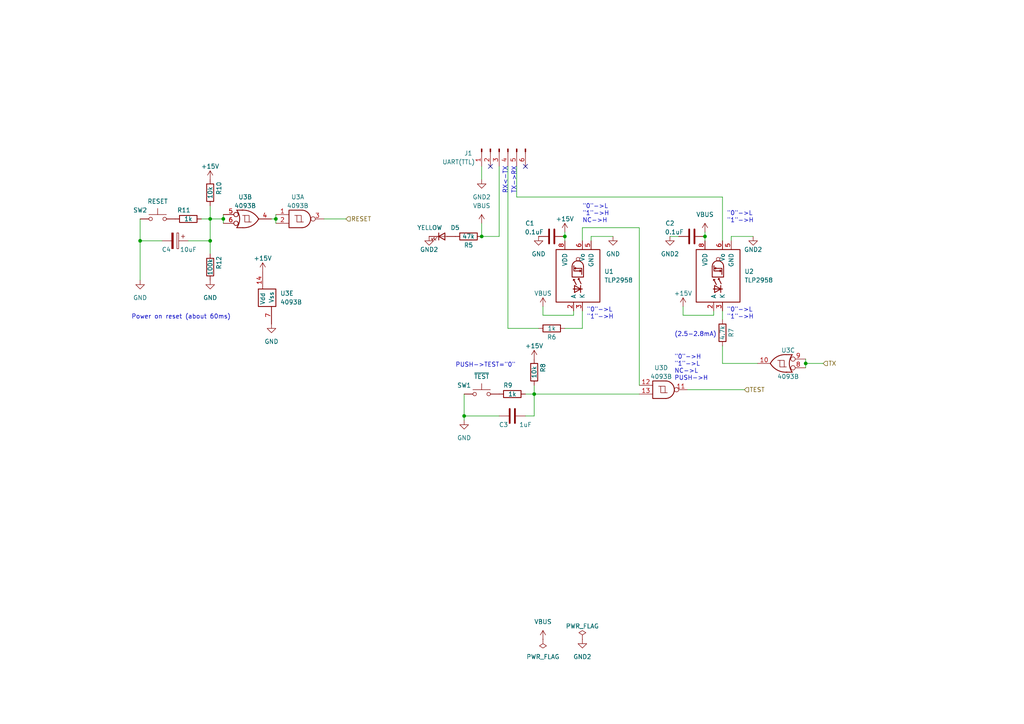
<source format=kicad_sch>
(kicad_sch (version 20230121) (generator eeschema)

  (uuid b3020f06-4aff-43c7-8934-8365fbd336a1)

  (paper "A4")

  (lib_symbols
    (symbol "000_MyLibrary:4093B" (pin_names (offset 1.016)) (in_bom yes) (on_board yes)
      (property "Reference" "U" (at -1.27 6.35 0)
        (effects (font (size 1.27 1.27)))
      )
      (property "Value" "4093B" (at 1.27 3.81 0)
        (effects (font (size 1.27 1.27)))
      )
      (property "Footprint" "" (at -2.54 -0.254 0)
        (effects (font (size 1.27 1.27)) hide)
      )
      (property "Datasheet" "https://toshiba.semicon-storage.com/jp/semiconductor/product/general-purpose-logic-ics/detail.TC4093BP.html" (at -1.27 -5.08 0)
        (effects (font (size 1.27 1.27)) hide)
      )
      (property "ki_locked" "" (at 0 0 0)
        (effects (font (size 1.27 1.27)))
      )
      (property "ki_keywords" "CMOS nand 2-input Schmitt Triggers" (at 0 0 0)
        (effects (font (size 1.27 1.27)) hide)
      )
      (property "ki_description" "quad 2-input NAND Schmitt Triggers" (at 0 0 0)
        (effects (font (size 1.27 1.27)) hide)
      )
      (property "ki_fp_filters" "DIP*W7.62mm* SO14*" (at 0 0 0)
        (effects (font (size 1.27 1.27)) hide)
      )
      (symbol "4093B_1_1"
        (arc (start 0 -2.54) (mid 2.4571 0) (end 0 2.54)
          (stroke (width 0.254) (type default))
          (fill (type none))
        )
        (polyline
          (pts
            (xy -2.159 1.016)
            (xy -0.254 1.016)
            (xy -0.254 -0.889)
          )
          (stroke (width 0) (type default))
          (fill (type none))
        )
        (polyline
          (pts
            (xy -1.524 1.016)
            (xy -1.524 -0.889)
            (xy 0.381 -0.889)
          )
          (stroke (width 0) (type default))
          (fill (type none))
        )
        (polyline
          (pts
            (xy 0 2.54)
            (xy -3.81 2.54)
            (xy -3.81 -2.54)
            (xy 0 -2.54)
          )
          (stroke (width 0.254) (type default))
          (fill (type none))
        )
        (pin input line (at -7.62 1.27 0) (length 3.81)
          (name "~" (effects (font (size 1.27 1.27))))
          (number "1" (effects (font (size 1.27 1.27))))
        )
        (pin input line (at -7.62 -1.27 0) (length 3.81)
          (name "~" (effects (font (size 1.27 1.27))))
          (number "2" (effects (font (size 1.27 1.27))))
        )
        (pin output inverted (at 6.35 0 180) (length 3.81)
          (name "~" (effects (font (size 1.27 1.27))))
          (number "3" (effects (font (size 1.27 1.27))))
        )
      )
      (symbol "4093B_1_2"
        (arc (start -3.81 -2.54) (mid -2.964 0) (end -3.81 2.54)
          (stroke (width 0.254) (type default))
          (fill (type none))
        )
        (arc (start -2.032 -2.54) (mid 0.6219 -1.9322) (end 2.54 0)
          (stroke (width 0.254) (type default))
          (fill (type none))
        )
        (polyline
          (pts
            (xy -3.81 -2.54)
            (xy -2.032 -2.54)
          )
          (stroke (width 0.254) (type default))
          (fill (type none))
        )
        (polyline
          (pts
            (xy -3.81 2.54)
            (xy -2.032 2.54)
          )
          (stroke (width 0.254) (type default))
          (fill (type none))
        )
        (polyline
          (pts
            (xy -2.032 1.016)
            (xy -0.127 1.016)
            (xy -0.127 -0.889)
          )
          (stroke (width 0) (type default))
          (fill (type none))
        )
        (polyline
          (pts
            (xy -1.397 1.016)
            (xy -1.397 -0.889)
            (xy 0.508 -0.889)
          )
          (stroke (width 0) (type default))
          (fill (type none))
        )
        (polyline
          (pts
            (xy -1.27 2.54)
            (xy -3.81 2.54)
            (xy -3.175 1.27)
            (xy -2.794 0)
            (xy -3.175 -1.27)
            (xy -3.81 -2.54)
            (xy -1.27 -2.54)
          )
          (stroke (width -0.0001) (type default))
          (fill (type none))
        )
        (arc (start 2.54 0) (mid 0.4797 1.9402) (end -2.286 2.54)
          (stroke (width 0.254) (type default))
          (fill (type none))
        )
        (pin input inverted (at -7.62 1.27 0) (length 4.318)
          (name "~" (effects (font (size 1.27 1.27))))
          (number "1" (effects (font (size 1.27 1.27))))
        )
        (pin input inverted (at -7.62 -1.27 0) (length 4.318)
          (name "~" (effects (font (size 1.27 1.27))))
          (number "2" (effects (font (size 1.27 1.27))))
        )
        (pin output line (at 6.35 0 180) (length 3.81)
          (name "~" (effects (font (size 1.27 1.27))))
          (number "3" (effects (font (size 1.27 1.27))))
        )
      )
      (symbol "4093B_2_1"
        (arc (start 0 -2.54) (mid 2.4571 0) (end 0 2.54)
          (stroke (width 0.254) (type default))
          (fill (type none))
        )
        (polyline
          (pts
            (xy -2.286 1.016)
            (xy -0.381 1.016)
            (xy -0.381 -0.889)
          )
          (stroke (width 0) (type default))
          (fill (type none))
        )
        (polyline
          (pts
            (xy -1.651 1.016)
            (xy -1.651 -0.889)
            (xy 0.254 -0.889)
          )
          (stroke (width 0) (type default))
          (fill (type none))
        )
        (polyline
          (pts
            (xy 0 2.54)
            (xy -3.81 2.54)
            (xy -3.81 -2.54)
            (xy 0 -2.54)
          )
          (stroke (width 0.254) (type default))
          (fill (type none))
        )
        (pin output inverted (at 6.35 0 180) (length 3.81)
          (name "~" (effects (font (size 1.27 1.27))))
          (number "4" (effects (font (size 1.27 1.27))))
        )
        (pin input line (at -7.62 1.27 0) (length 3.81)
          (name "~" (effects (font (size 1.27 1.27))))
          (number "5" (effects (font (size 1.27 1.27))))
        )
        (pin input line (at -7.62 -1.27 0) (length 3.81)
          (name "~" (effects (font (size 1.27 1.27))))
          (number "6" (effects (font (size 1.27 1.27))))
        )
      )
      (symbol "4093B_2_2"
        (arc (start -3.722 -2.54) (mid -2.876 0) (end -3.722 2.54)
          (stroke (width 0.254) (type default))
          (fill (type none))
        )
        (arc (start -1.944 -2.54) (mid 0.7099 -1.9322) (end 2.628 0)
          (stroke (width 0.254) (type default))
          (fill (type none))
        )
        (polyline
          (pts
            (xy -3.722 -2.54)
            (xy -1.944 -2.54)
          )
          (stroke (width 0.254) (type default))
          (fill (type none))
        )
        (polyline
          (pts
            (xy -3.722 2.54)
            (xy -1.944 2.54)
          )
          (stroke (width 0.254) (type default))
          (fill (type none))
        )
        (polyline
          (pts
            (xy -2.032 1.016)
            (xy -0.127 1.016)
            (xy -0.127 -0.889)
          )
          (stroke (width 0) (type default))
          (fill (type none))
        )
        (polyline
          (pts
            (xy -1.397 1.016)
            (xy -1.397 -0.889)
            (xy 0.508 -0.889)
          )
          (stroke (width 0) (type default))
          (fill (type none))
        )
        (polyline
          (pts
            (xy -1.182 2.54)
            (xy -3.722 2.54)
            (xy -3.087 1.27)
            (xy -2.706 0)
            (xy -3.087 -1.27)
            (xy -3.722 -2.54)
            (xy -1.182 -2.54)
          )
          (stroke (width -0.0001) (type default))
          (fill (type none))
        )
        (arc (start 2.628 0) (mid 0.5677 1.9402) (end -2.198 2.54)
          (stroke (width 0.254) (type default))
          (fill (type none))
        )
        (pin output line (at 6.35 0 180) (length 3.81)
          (name "~" (effects (font (size 1.27 1.27))))
          (number "4" (effects (font (size 1.27 1.27))))
        )
        (pin input inverted (at -7.62 1.27 0) (length 4.318)
          (name "~" (effects (font (size 1.27 1.27))))
          (number "5" (effects (font (size 1.27 1.27))))
        )
        (pin input inverted (at -7.62 -1.27 0) (length 4.318)
          (name "~" (effects (font (size 1.27 1.27))))
          (number "6" (effects (font (size 1.27 1.27))))
        )
      )
      (symbol "4093B_3_1"
        (polyline
          (pts
            (xy -2.032 1.016)
            (xy -0.127 1.016)
            (xy -0.127 -0.889)
          )
          (stroke (width 0) (type default))
          (fill (type none))
        )
        (polyline
          (pts
            (xy -1.397 1.016)
            (xy -1.397 -0.889)
            (xy 0.508 -0.889)
          )
          (stroke (width 0) (type default))
          (fill (type none))
        )
        (polyline
          (pts
            (xy 0.0843 2.54)
            (xy -3.7257 2.54)
            (xy -3.7257 -2.54)
            (xy 0.0843 -2.54)
          )
          (stroke (width 0.254) (type default))
          (fill (type none))
        )
        (arc (start 0.0843 -2.54) (mid 2.5414 0) (end 0.0843 2.54)
          (stroke (width 0.254) (type default))
          (fill (type none))
        )
        (pin output inverted (at 6.35 0 180) (length 3.81)
          (name "~" (effects (font (size 1.27 1.27))))
          (number "10" (effects (font (size 1.27 1.27))))
        )
        (pin input line (at -7.62 1.27 0) (length 3.81)
          (name "~" (effects (font (size 1.27 1.27))))
          (number "8" (effects (font (size 1.27 1.27))))
        )
        (pin input line (at -7.62 -1.27 0) (length 3.81)
          (name "~" (effects (font (size 1.27 1.27))))
          (number "9" (effects (font (size 1.27 1.27))))
        )
      )
      (symbol "4093B_3_2"
        (arc (start -3.722 -2.54) (mid -2.876 0) (end -3.722 2.54)
          (stroke (width 0.254) (type default))
          (fill (type none))
        )
        (arc (start -1.944 -2.54) (mid 0.7099 -1.9322) (end 2.628 0)
          (stroke (width 0.254) (type default))
          (fill (type none))
        )
        (polyline
          (pts
            (xy -3.722 -2.54)
            (xy -1.944 -2.54)
          )
          (stroke (width 0.254) (type default))
          (fill (type none))
        )
        (polyline
          (pts
            (xy -3.722 2.54)
            (xy -1.944 2.54)
          )
          (stroke (width 0.254) (type default))
          (fill (type none))
        )
        (polyline
          (pts
            (xy -2.032 1.016)
            (xy -0.127 1.016)
            (xy -0.127 -0.889)
          )
          (stroke (width 0) (type default))
          (fill (type none))
        )
        (polyline
          (pts
            (xy -1.397 1.016)
            (xy -1.397 -0.889)
            (xy 0.508 -0.889)
          )
          (stroke (width 0) (type default))
          (fill (type none))
        )
        (polyline
          (pts
            (xy -1.182 2.54)
            (xy -3.722 2.54)
            (xy -3.087 1.27)
            (xy -2.706 0)
            (xy -3.087 -1.27)
            (xy -3.722 -2.54)
            (xy -1.182 -2.54)
          )
          (stroke (width -0.0001) (type default))
          (fill (type none))
        )
        (arc (start 2.628 0) (mid 0.5677 1.9402) (end -2.198 2.54)
          (stroke (width 0.254) (type default))
          (fill (type none))
        )
        (pin output line (at 6.35 0 180) (length 3.81)
          (name "~" (effects (font (size 1.27 1.27))))
          (number "10" (effects (font (size 1.27 1.27))))
        )
        (pin input inverted (at -7.62 1.27 0) (length 4.318)
          (name "~" (effects (font (size 1.27 1.27))))
          (number "8" (effects (font (size 1.27 1.27))))
        )
        (pin input inverted (at -7.62 -1.27 0) (length 4.318)
          (name "~" (effects (font (size 1.27 1.27))))
          (number "9" (effects (font (size 1.27 1.27))))
        )
      )
      (symbol "4093B_4_1"
        (polyline
          (pts
            (xy -2.032 1.016)
            (xy -0.127 1.016)
            (xy -0.127 -0.889)
          )
          (stroke (width 0) (type default))
          (fill (type none))
        )
        (polyline
          (pts
            (xy -1.397 1.016)
            (xy -1.397 -0.889)
            (xy 0.508 -0.889)
          )
          (stroke (width 0) (type default))
          (fill (type none))
        )
        (polyline
          (pts
            (xy 0.0843 2.54)
            (xy -3.7257 2.54)
            (xy -3.7257 -2.54)
            (xy 0.0843 -2.54)
          )
          (stroke (width 0.254) (type default))
          (fill (type none))
        )
        (arc (start 0.0843 -2.54) (mid 2.5414 0) (end 0.0843 2.54)
          (stroke (width 0.254) (type default))
          (fill (type none))
        )
        (pin output inverted (at 6.35 0 180) (length 3.81)
          (name "~" (effects (font (size 1.27 1.27))))
          (number "11" (effects (font (size 1.27 1.27))))
        )
        (pin input line (at -7.62 1.27 0) (length 3.81)
          (name "~" (effects (font (size 1.27 1.27))))
          (number "12" (effects (font (size 1.27 1.27))))
        )
        (pin input line (at -7.62 -1.27 0) (length 3.81)
          (name "~" (effects (font (size 1.27 1.27))))
          (number "13" (effects (font (size 1.27 1.27))))
        )
      )
      (symbol "4093B_4_2"
        (arc (start -3.722 -2.54) (mid -2.876 0) (end -3.722 2.54)
          (stroke (width 0.254) (type default))
          (fill (type none))
        )
        (arc (start -1.944 -2.54) (mid 0.7099 -1.9322) (end 2.628 0)
          (stroke (width 0.254) (type default))
          (fill (type none))
        )
        (polyline
          (pts
            (xy -3.722 -2.54)
            (xy -1.944 -2.54)
          )
          (stroke (width 0.254) (type default))
          (fill (type none))
        )
        (polyline
          (pts
            (xy -3.722 2.54)
            (xy -1.944 2.54)
          )
          (stroke (width 0.254) (type default))
          (fill (type none))
        )
        (polyline
          (pts
            (xy -2.032 1.016)
            (xy -0.127 1.016)
            (xy -0.127 -0.889)
          )
          (stroke (width 0) (type default))
          (fill (type none))
        )
        (polyline
          (pts
            (xy -1.397 1.016)
            (xy -1.397 -0.889)
            (xy 0.508 -0.889)
          )
          (stroke (width 0) (type default))
          (fill (type none))
        )
        (polyline
          (pts
            (xy -1.182 2.54)
            (xy -3.722 2.54)
            (xy -3.087 1.27)
            (xy -2.706 0)
            (xy -3.087 -1.27)
            (xy -3.722 -2.54)
            (xy -1.182 -2.54)
          )
          (stroke (width -0.0001) (type default))
          (fill (type none))
        )
        (arc (start 2.628 0) (mid 0.5677 1.9402) (end -2.198 2.54)
          (stroke (width 0.254) (type default))
          (fill (type none))
        )
        (pin output line (at 6.35 0 180) (length 3.81)
          (name "~" (effects (font (size 1.27 1.27))))
          (number "11" (effects (font (size 1.27 1.27))))
        )
        (pin input inverted (at -7.62 1.27 0) (length 4.318)
          (name "~" (effects (font (size 1.27 1.27))))
          (number "12" (effects (font (size 1.27 1.27))))
        )
        (pin input inverted (at -7.62 -1.27 0) (length 4.318)
          (name "~" (effects (font (size 1.27 1.27))))
          (number "13" (effects (font (size 1.27 1.27))))
        )
      )
      (symbol "4093B_5_0"
        (rectangle (start -2.54 2.54) (end 2.54 -2.54)
          (stroke (width 0.254) (type default))
          (fill (type none))
        )
        (pin power_in line (at -1.27 7.62 270) (length 5.08)
          (name "Vdd" (effects (font (size 1.27 1.27))))
          (number "14" (effects (font (size 1.27 1.27))))
        )
        (pin power_in line (at 1.27 -7.62 90) (length 5.08)
          (name "Vss" (effects (font (size 1.27 1.27))))
          (number "7" (effects (font (size 1.27 1.27))))
        )
      )
    )
    (symbol "000_MyLibrary:C" (pin_numbers hide) (pin_names (offset 0.254)) (in_bom yes) (on_board yes)
      (property "Reference" "C" (at 0.635 2.54 0)
        (effects (font (size 1.27 1.27)) (justify left))
      )
      (property "Value" "C" (at 0.635 -2.54 0)
        (effects (font (size 1.27 1.27)) (justify left))
      )
      (property "Footprint" "" (at 0.9652 -3.81 0)
        (effects (font (size 1.27 1.27)) hide)
      )
      (property "Datasheet" "~" (at 0 0 0)
        (effects (font (size 1.27 1.27)) hide)
      )
      (property "ki_keywords" "cap capacitor" (at 0 0 0)
        (effects (font (size 1.27 1.27)) hide)
      )
      (property "ki_description" "Unpolarized capacitor" (at 0 0 0)
        (effects (font (size 1.27 1.27)) hide)
      )
      (property "ki_fp_filters" "C_*" (at 0 0 0)
        (effects (font (size 1.27 1.27)) hide)
      )
      (symbol "C_0_1"
        (polyline
          (pts
            (xy -2.032 -0.762)
            (xy 2.032 -0.762)
          )
          (stroke (width 0.508) (type default))
          (fill (type none))
        )
        (polyline
          (pts
            (xy -2.032 0.762)
            (xy 2.032 0.762)
          )
          (stroke (width 0.508) (type default))
          (fill (type none))
        )
      )
      (symbol "C_1_1"
        (pin passive line (at 0 3.81 270) (length 2.794)
          (name "~" (effects (font (size 1.27 1.27))))
          (number "1" (effects (font (size 1.27 1.27))))
        )
        (pin passive line (at 0 -3.81 90) (length 2.794)
          (name "~" (effects (font (size 1.27 1.27))))
          (number "2" (effects (font (size 1.27 1.27))))
        )
      )
    )
    (symbol "000_MyLibrary:C_Polarized" (pin_numbers hide) (pin_names (offset 0.254)) (in_bom yes) (on_board yes)
      (property "Reference" "C" (at 0.635 2.54 0)
        (effects (font (size 1.27 1.27)) (justify left))
      )
      (property "Value" "C_Polarized" (at 0.635 -2.54 0)
        (effects (font (size 1.27 1.27)) (justify left))
      )
      (property "Footprint" "" (at 0.9652 -3.81 0)
        (effects (font (size 1.27 1.27)) hide)
      )
      (property "Datasheet" "~" (at 0 0 0)
        (effects (font (size 1.27 1.27)) hide)
      )
      (property "ki_keywords" "cap capacitor" (at 0 0 0)
        (effects (font (size 1.27 1.27)) hide)
      )
      (property "ki_description" "Polarized capacitor" (at 0 0 0)
        (effects (font (size 1.27 1.27)) hide)
      )
      (property "ki_fp_filters" "CP_*" (at 0 0 0)
        (effects (font (size 1.27 1.27)) hide)
      )
      (symbol "C_Polarized_0_1"
        (rectangle (start -2.286 0.508) (end 2.286 1.016)
          (stroke (width 0) (type default))
          (fill (type none))
        )
        (polyline
          (pts
            (xy -1.778 2.286)
            (xy -0.762 2.286)
          )
          (stroke (width 0) (type default))
          (fill (type none))
        )
        (polyline
          (pts
            (xy -1.27 2.794)
            (xy -1.27 1.778)
          )
          (stroke (width 0) (type default))
          (fill (type none))
        )
        (rectangle (start 2.286 -0.508) (end -2.286 -1.016)
          (stroke (width 0) (type default))
          (fill (type outline))
        )
      )
      (symbol "C_Polarized_1_1"
        (pin passive line (at 0 3.81 270) (length 2.794)
          (name "~" (effects (font (size 1.27 1.27))))
          (number "1" (effects (font (size 1.27 1.27))))
        )
        (pin passive line (at 0 -3.81 90) (length 2.794)
          (name "~" (effects (font (size 1.27 1.27))))
          (number "2" (effects (font (size 1.27 1.27))))
        )
      )
    )
    (symbol "000_MyLibrary:Conn_01x06_Pin" (pin_names (offset 1.016) hide) (in_bom yes) (on_board yes)
      (property "Reference" "J" (at 0 7.62 0)
        (effects (font (size 1.27 1.27)))
      )
      (property "Value" "Conn_01x06_Pin" (at 0 -10.16 0)
        (effects (font (size 1.27 1.27)))
      )
      (property "Footprint" "" (at 0 0 0)
        (effects (font (size 1.27 1.27)) hide)
      )
      (property "Datasheet" "~" (at 0 0 0)
        (effects (font (size 1.27 1.27)) hide)
      )
      (property "ki_locked" "" (at 0 0 0)
        (effects (font (size 1.27 1.27)))
      )
      (property "ki_keywords" "connector" (at 0 0 0)
        (effects (font (size 1.27 1.27)) hide)
      )
      (property "ki_description" "Generic connector, single row, 01x06, script generated" (at 0 0 0)
        (effects (font (size 1.27 1.27)) hide)
      )
      (property "ki_fp_filters" "Connector*:*_1x??_*" (at 0 0 0)
        (effects (font (size 1.27 1.27)) hide)
      )
      (symbol "Conn_01x06_Pin_1_1"
        (polyline
          (pts
            (xy 1.27 -7.62)
            (xy 0.8636 -7.62)
          )
          (stroke (width 0.1524) (type default))
          (fill (type none))
        )
        (polyline
          (pts
            (xy 1.27 -5.08)
            (xy 0.8636 -5.08)
          )
          (stroke (width 0.1524) (type default))
          (fill (type none))
        )
        (polyline
          (pts
            (xy 1.27 -2.54)
            (xy 0.8636 -2.54)
          )
          (stroke (width 0.1524) (type default))
          (fill (type none))
        )
        (polyline
          (pts
            (xy 1.27 0)
            (xy 0.8636 0)
          )
          (stroke (width 0.1524) (type default))
          (fill (type none))
        )
        (polyline
          (pts
            (xy 1.27 2.54)
            (xy 0.8636 2.54)
          )
          (stroke (width 0.1524) (type default))
          (fill (type none))
        )
        (polyline
          (pts
            (xy 1.27 5.08)
            (xy 0.8636 5.08)
          )
          (stroke (width 0.1524) (type default))
          (fill (type none))
        )
        (rectangle (start 0.8636 -7.493) (end 0 -7.747)
          (stroke (width 0.1524) (type default))
          (fill (type outline))
        )
        (rectangle (start 0.8636 -4.953) (end 0 -5.207)
          (stroke (width 0.1524) (type default))
          (fill (type outline))
        )
        (rectangle (start 0.8636 -2.413) (end 0 -2.667)
          (stroke (width 0.1524) (type default))
          (fill (type outline))
        )
        (rectangle (start 0.8636 0.127) (end 0 -0.127)
          (stroke (width 0.1524) (type default))
          (fill (type outline))
        )
        (rectangle (start 0.8636 2.667) (end 0 2.413)
          (stroke (width 0.1524) (type default))
          (fill (type outline))
        )
        (rectangle (start 0.8636 5.207) (end 0 4.953)
          (stroke (width 0.1524) (type default))
          (fill (type outline))
        )
        (pin passive line (at 5.08 5.08 180) (length 3.81)
          (name "Pin_1" (effects (font (size 1.27 1.27))))
          (number "1" (effects (font (size 1.27 1.27))))
        )
        (pin passive line (at 5.08 2.54 180) (length 3.81)
          (name "Pin_2" (effects (font (size 1.27 1.27))))
          (number "2" (effects (font (size 1.27 1.27))))
        )
        (pin passive line (at 5.08 0 180) (length 3.81)
          (name "Pin_3" (effects (font (size 1.27 1.27))))
          (number "3" (effects (font (size 1.27 1.27))))
        )
        (pin passive line (at 5.08 -2.54 180) (length 3.81)
          (name "Pin_4" (effects (font (size 1.27 1.27))))
          (number "4" (effects (font (size 1.27 1.27))))
        )
        (pin passive line (at 5.08 -5.08 180) (length 3.81)
          (name "Pin_5" (effects (font (size 1.27 1.27))))
          (number "5" (effects (font (size 1.27 1.27))))
        )
        (pin passive line (at 5.08 -7.62 180) (length 3.81)
          (name "Pin_6" (effects (font (size 1.27 1.27))))
          (number "6" (effects (font (size 1.27 1.27))))
        )
      )
    )
    (symbol "000_MyLibrary:LED" (pin_numbers hide) (pin_names (offset 1.016) hide) (in_bom yes) (on_board yes)
      (property "Reference" "D" (at 0.254 2.54 0)
        (effects (font (size 1.27 1.27)))
      )
      (property "Value" "LED" (at 0.254 -2.54 0)
        (effects (font (size 1.27 1.27)))
      )
      (property "Footprint" "" (at 0.254 0 0)
        (effects (font (size 1.27 1.27)) hide)
      )
      (property "Datasheet" "~" (at 0.254 0 0)
        (effects (font (size 1.27 1.27)) hide)
      )
      (property "ki_keywords" "LED diode" (at 0 0 0)
        (effects (font (size 1.27 1.27)) hide)
      )
      (property "ki_description" "Light emitting diode" (at 0 0 0)
        (effects (font (size 1.27 1.27)) hide)
      )
      (property "ki_fp_filters" "LED* LED_SMD:* LED_THT:*" (at 0 0 0)
        (effects (font (size 1.27 1.27)) hide)
      )
      (symbol "LED_0_1"
        (polyline
          (pts
            (xy -1.27 0)
            (xy 1.27 0)
          )
          (stroke (width 0) (type default))
          (fill (type none))
        )
        (polyline
          (pts
            (xy -1.016 -1.016)
            (xy -1.016 1.016)
          )
          (stroke (width 0.254) (type default))
          (fill (type none))
        )
        (polyline
          (pts
            (xy 0.762 -1.016)
            (xy 0.762 1.016)
            (xy -1.016 0)
            (xy 0.762 -1.016)
          )
          (stroke (width 0.254) (type default))
          (fill (type none))
        )
        (polyline
          (pts
            (xy -2.286 -0.254)
            (xy -3.048 -1.016)
            (xy -2.54 -1.016)
            (xy -3.048 -1.016)
            (xy -3.048 -0.508)
          )
          (stroke (width 0) (type default))
          (fill (type none))
        )
        (polyline
          (pts
            (xy -1.524 -0.254)
            (xy -2.286 -1.016)
            (xy -1.778 -1.016)
            (xy -2.286 -1.016)
            (xy -2.286 -0.508)
          )
          (stroke (width 0) (type default))
          (fill (type none))
        )
      )
      (symbol "LED_1_1"
        (pin passive line (at -3.81 0 0) (length 2.54)
          (name "K" (effects (font (size 1.27 1.27))))
          (number "1" (effects (font (size 1.27 1.27))))
        )
        (pin passive line (at 3.81 0 180) (length 2.54)
          (name "A" (effects (font (size 1.27 1.27))))
          (number "2" (effects (font (size 1.27 1.27))))
        )
      )
    )
    (symbol "000_MyLibrary:R" (pin_numbers hide) (pin_names (offset 0)) (in_bom yes) (on_board yes)
      (property "Reference" "R" (at 2.032 0 90)
        (effects (font (size 1.27 1.27)))
      )
      (property "Value" "R" (at 0 0 90)
        (effects (font (size 1.27 1.27)))
      )
      (property "Footprint" "" (at -1.778 0 90)
        (effects (font (size 1.27 1.27)) hide)
      )
      (property "Datasheet" "~" (at 0 0 0)
        (effects (font (size 1.27 1.27)) hide)
      )
      (property "ki_keywords" "R res resistor" (at 0 0 0)
        (effects (font (size 1.27 1.27)) hide)
      )
      (property "ki_description" "Resistor" (at 0 0 0)
        (effects (font (size 1.27 1.27)) hide)
      )
      (property "ki_fp_filters" "R_*" (at 0 0 0)
        (effects (font (size 1.27 1.27)) hide)
      )
      (symbol "R_0_1"
        (rectangle (start -1.016 -2.54) (end 1.016 2.54)
          (stroke (width 0.254) (type default))
          (fill (type none))
        )
      )
      (symbol "R_1_1"
        (pin passive line (at 0 3.81 270) (length 1.27)
          (name "~" (effects (font (size 1.27 1.27))))
          (number "1" (effects (font (size 1.27 1.27))))
        )
        (pin passive line (at 0 -3.81 90) (length 1.27)
          (name "~" (effects (font (size 1.27 1.27))))
          (number "2" (effects (font (size 1.27 1.27))))
        )
      )
    )
    (symbol "000_MyLibrary:SW_Push" (pin_numbers hide) (pin_names (offset 1.016) hide) (in_bom yes) (on_board yes)
      (property "Reference" "SW" (at 1.27 2.54 0)
        (effects (font (size 1.27 1.27)) (justify left))
      )
      (property "Value" "SW_Push" (at 0 -1.524 0)
        (effects (font (size 1.27 1.27)))
      )
      (property "Footprint" "" (at 0 5.08 0)
        (effects (font (size 1.27 1.27)) hide)
      )
      (property "Datasheet" "~" (at 0 5.08 0)
        (effects (font (size 1.27 1.27)) hide)
      )
      (property "ki_keywords" "switch normally-open pushbutton push-button" (at 0 0 0)
        (effects (font (size 1.27 1.27)) hide)
      )
      (property "ki_description" "Push button switch, generic, two pins" (at 0 0 0)
        (effects (font (size 1.27 1.27)) hide)
      )
      (symbol "SW_Push_0_1"
        (circle (center -2.032 0) (radius 0.508)
          (stroke (width 0) (type default))
          (fill (type none))
        )
        (polyline
          (pts
            (xy 0 1.27)
            (xy 0 3.048)
          )
          (stroke (width 0) (type default))
          (fill (type none))
        )
        (polyline
          (pts
            (xy 2.54 1.27)
            (xy -2.54 1.27)
          )
          (stroke (width 0) (type default))
          (fill (type none))
        )
        (circle (center 2.032 0) (radius 0.508)
          (stroke (width 0) (type default))
          (fill (type none))
        )
        (pin passive line (at -5.08 0 0) (length 2.54)
          (name "1" (effects (font (size 1.27 1.27))))
          (number "1" (effects (font (size 1.27 1.27))))
        )
        (pin passive line (at 5.08 0 180) (length 2.54)
          (name "2" (effects (font (size 1.27 1.27))))
          (number "2" (effects (font (size 1.27 1.27))))
        )
      )
    )
    (symbol "000_MyLibrary:TLP2958" (pin_names (offset 1.016)) (in_bom yes) (on_board yes)
      (property "Reference" "U" (at -6.35 8.89 0)
        (effects (font (size 1.27 1.27)))
      )
      (property "Value" "TLP2958" (at 3.81 8.89 0)
        (effects (font (size 1.27 1.27)))
      )
      (property "Footprint" "Package_DIP:DIP-8_W7.62mm" (at 0 -12.7 0)
        (effects (font (size 1.27 1.27)) hide)
      )
      (property "Datasheet" "https://toshiba.semicon-storage.com/jp/semiconductor/product/optoelectronics/detail.TLP2958.html" (at 0 -8.89 0)
        (effects (font (size 1.27 1.27)) hide)
      )
      (property "ki_keywords" "Photocouplers GaA" (at 0 0 0)
        (effects (font (size 1.27 1.27)) hide)
      )
      (property "ki_description" "Photocouplers GaA, DIP8" (at 0 0 0)
        (effects (font (size 1.27 1.27)) hide)
      )
      (property "ki_fp_filters" "SO*6L*10x3.84mm*P1.27mm*" (at 0 0 0)
        (effects (font (size 1.27 1.27)) hide)
      )
      (symbol "TLP2958_0_1"
        (circle (center 4.826 1.27) (radius 0.508)
          (stroke (width 0) (type default))
          (fill (type none))
        )
      )
      (symbol "TLP2958_1_1"
        (rectangle (start -7.62 7.62) (end 7.62 -5.08)
          (stroke (width 0.254) (type default))
          (fill (type none))
        )
        (polyline
          (pts
            (xy -4.826 0.508)
            (xy -2.794 0.508)
          )
          (stroke (width 0.254) (type default))
          (fill (type none))
        )
        (polyline
          (pts
            (xy -3.81 0.508)
            (xy -3.81 0)
          )
          (stroke (width 0.254) (type default))
          (fill (type none))
        )
        (polyline
          (pts
            (xy -3.81 2.286)
            (xy -3.81 0.508)
          )
          (stroke (width 0.254) (type default))
          (fill (type none))
        )
        (polyline
          (pts
            (xy -3.81 2.286)
            (xy -3.81 2.667)
          )
          (stroke (width 0.254) (type default))
          (fill (type none))
        )
        (polyline
          (pts
            (xy -2.54 1.778)
            (xy -1.016 2.54)
          )
          (stroke (width 0.254) (type default))
          (fill (type none))
        )
        (polyline
          (pts
            (xy -2.286 0.381)
            (xy -0.762 1.143)
          )
          (stroke (width 0.254) (type default))
          (fill (type none))
        )
        (polyline
          (pts
            (xy -1.016 2.54)
            (xy -1.3208 2.6416)
          )
          (stroke (width 0.254) (type default))
          (fill (type none))
        )
        (polyline
          (pts
            (xy -1.016 2.54)
            (xy -1.1176 2.1844)
          )
          (stroke (width 0.254) (type default))
          (fill (type none))
        )
        (polyline
          (pts
            (xy -0.762 1.143)
            (xy -1.0668 1.2446)
          )
          (stroke (width 0.254) (type default))
          (fill (type none))
        )
        (polyline
          (pts
            (xy -0.762 1.143)
            (xy -0.8636 0.7874)
          )
          (stroke (width 0.254) (type default))
          (fill (type none))
        )
        (polyline
          (pts
            (xy 1.4224 0.4318)
            (xy 1.1684 0.6858)
            (xy 1.6764 0.6858)
          )
          (stroke (width 0.254) (type default))
          (fill (type none))
        )
        (polyline
          (pts
            (xy 2.1844 2.2098)
            (xy 2.1844 0.1778)
            (xy 0.4064 0.1778)
          )
          (stroke (width 0.254) (type default))
          (fill (type none))
        )
        (polyline
          (pts
            (xy -4.826 2.286)
            (xy -2.794 2.286)
            (xy -3.81 0.508)
            (xy -4.826 2.286)
          )
          (stroke (width 0.254) (type default))
          (fill (type none))
        )
        (polyline
          (pts
            (xy 2.1844 2.2098)
            (xy 1.9304 1.9558)
            (xy 2.4384 1.9558)
            (xy 2.1844 2.2098)
          )
          (stroke (width 0.254) (type default))
          (fill (type none))
        )
        (polyline
          (pts
            (xy 2.6924 2.9718)
            (xy -0.3556 2.9718)
            (xy -0.3556 -0.3302)
            (xy 2.6924 -0.3302)
          )
          (stroke (width 0.254) (type default))
          (fill (type none))
        )
        (polyline
          (pts
            (xy 2.9464 2.4638)
            (xy 1.4224 2.4638)
            (xy 1.4224 0.4318)
            (xy 1.6764 0.6858)
          )
          (stroke (width 0.254) (type default))
          (fill (type none))
        )
        (arc (start 2.6924 -0.3302) (mid 3.8798 0.1586) (end 4.3688 1.3462)
          (stroke (width 0.254) (type default))
          (fill (type none))
        )
        (arc (start 4.3434 1.27) (mid 3.8711 2.5113) (end 2.6162 2.9464)
          (stroke (width 0.254) (type default))
          (fill (type none))
        )
        (pin no_connect line (at -10.16 5.08 0) (length 2.54) hide
          (name "NC" (effects (font (size 1.27 1.27))))
          (number "1" (effects (font (size 1.27 1.27))))
        )
        (pin passive line (at -10.16 2.54 0) (length 2.54)
          (name "A" (effects (font (size 1.27 1.27))))
          (number "2" (effects (font (size 1.27 1.27))))
        )
        (pin passive line (at -10.16 0 0) (length 2.54)
          (name "K" (effects (font (size 1.27 1.27))))
          (number "3" (effects (font (size 1.27 1.27))))
        )
        (pin no_connect line (at -10.16 -2.54 0) (length 2.54) hide
          (name "NC" (effects (font (size 1.27 1.27))))
          (number "4" (effects (font (size 1.27 1.27))))
        )
        (pin power_in line (at 10.16 -2.54 180) (length 2.54)
          (name "GND" (effects (font (size 1.27 1.27))))
          (number "5" (effects (font (size 1.27 1.27))))
        )
        (pin output line (at 10.16 0 180) (length 2.54)
          (name "Vo" (effects (font (size 1.27 1.27))))
          (number "6" (effects (font (size 1.27 1.27))))
        )
        (pin no_connect line (at 10.16 2.54 180) (length 2.54) hide
          (name "NC" (effects (font (size 1.27 1.27))))
          (number "7" (effects (font (size 1.27 1.27))))
        )
        (pin power_in line (at 10.16 5.08 180) (length 2.54)
          (name "VDD" (effects (font (size 1.27 1.27))))
          (number "8" (effects (font (size 1.27 1.27))))
        )
      )
    )
    (symbol "power:+15V" (power) (pin_names (offset 0)) (in_bom yes) (on_board yes)
      (property "Reference" "#PWR" (at 0 -3.81 0)
        (effects (font (size 1.27 1.27)) hide)
      )
      (property "Value" "+15V" (at 0 3.556 0)
        (effects (font (size 1.27 1.27)))
      )
      (property "Footprint" "" (at 0 0 0)
        (effects (font (size 1.27 1.27)) hide)
      )
      (property "Datasheet" "" (at 0 0 0)
        (effects (font (size 1.27 1.27)) hide)
      )
      (property "ki_keywords" "global power" (at 0 0 0)
        (effects (font (size 1.27 1.27)) hide)
      )
      (property "ki_description" "Power symbol creates a global label with name \"+15V\"" (at 0 0 0)
        (effects (font (size 1.27 1.27)) hide)
      )
      (symbol "+15V_0_1"
        (polyline
          (pts
            (xy -0.762 1.27)
            (xy 0 2.54)
          )
          (stroke (width 0) (type default))
          (fill (type none))
        )
        (polyline
          (pts
            (xy 0 0)
            (xy 0 2.54)
          )
          (stroke (width 0) (type default))
          (fill (type none))
        )
        (polyline
          (pts
            (xy 0 2.54)
            (xy 0.762 1.27)
          )
          (stroke (width 0) (type default))
          (fill (type none))
        )
      )
      (symbol "+15V_1_1"
        (pin power_in line (at 0 0 90) (length 0) hide
          (name "+15V" (effects (font (size 1.27 1.27))))
          (number "1" (effects (font (size 1.27 1.27))))
        )
      )
    )
    (symbol "power:GND" (power) (pin_names (offset 0)) (in_bom yes) (on_board yes)
      (property "Reference" "#PWR" (at 0 -6.35 0)
        (effects (font (size 1.27 1.27)) hide)
      )
      (property "Value" "GND" (at 0 -3.81 0)
        (effects (font (size 1.27 1.27)))
      )
      (property "Footprint" "" (at 0 0 0)
        (effects (font (size 1.27 1.27)) hide)
      )
      (property "Datasheet" "" (at 0 0 0)
        (effects (font (size 1.27 1.27)) hide)
      )
      (property "ki_keywords" "global power" (at 0 0 0)
        (effects (font (size 1.27 1.27)) hide)
      )
      (property "ki_description" "Power symbol creates a global label with name \"GND\" , ground" (at 0 0 0)
        (effects (font (size 1.27 1.27)) hide)
      )
      (symbol "GND_0_1"
        (polyline
          (pts
            (xy 0 0)
            (xy 0 -1.27)
            (xy 1.27 -1.27)
            (xy 0 -2.54)
            (xy -1.27 -1.27)
            (xy 0 -1.27)
          )
          (stroke (width 0) (type default))
          (fill (type none))
        )
      )
      (symbol "GND_1_1"
        (pin power_in line (at 0 0 270) (length 0) hide
          (name "GND" (effects (font (size 1.27 1.27))))
          (number "1" (effects (font (size 1.27 1.27))))
        )
      )
    )
    (symbol "power:GND2" (power) (pin_names (offset 0)) (in_bom yes) (on_board yes)
      (property "Reference" "#PWR" (at 0 -6.35 0)
        (effects (font (size 1.27 1.27)) hide)
      )
      (property "Value" "GND2" (at 0 -3.81 0)
        (effects (font (size 1.27 1.27)))
      )
      (property "Footprint" "" (at 0 0 0)
        (effects (font (size 1.27 1.27)) hide)
      )
      (property "Datasheet" "" (at 0 0 0)
        (effects (font (size 1.27 1.27)) hide)
      )
      (property "ki_keywords" "global power" (at 0 0 0)
        (effects (font (size 1.27 1.27)) hide)
      )
      (property "ki_description" "Power symbol creates a global label with name \"GND2\" , ground" (at 0 0 0)
        (effects (font (size 1.27 1.27)) hide)
      )
      (symbol "GND2_0_1"
        (polyline
          (pts
            (xy 0 0)
            (xy 0 -1.27)
            (xy 1.27 -1.27)
            (xy 0 -2.54)
            (xy -1.27 -1.27)
            (xy 0 -1.27)
          )
          (stroke (width 0) (type default))
          (fill (type none))
        )
      )
      (symbol "GND2_1_1"
        (pin power_in line (at 0 0 270) (length 0) hide
          (name "GND2" (effects (font (size 1.27 1.27))))
          (number "1" (effects (font (size 1.27 1.27))))
        )
      )
    )
    (symbol "power:PWR_FLAG" (power) (pin_numbers hide) (pin_names (offset 0) hide) (in_bom yes) (on_board yes)
      (property "Reference" "#FLG" (at 0 1.905 0)
        (effects (font (size 1.27 1.27)) hide)
      )
      (property "Value" "PWR_FLAG" (at 0 3.81 0)
        (effects (font (size 1.27 1.27)))
      )
      (property "Footprint" "" (at 0 0 0)
        (effects (font (size 1.27 1.27)) hide)
      )
      (property "Datasheet" "~" (at 0 0 0)
        (effects (font (size 1.27 1.27)) hide)
      )
      (property "ki_keywords" "flag power" (at 0 0 0)
        (effects (font (size 1.27 1.27)) hide)
      )
      (property "ki_description" "Special symbol for telling ERC where power comes from" (at 0 0 0)
        (effects (font (size 1.27 1.27)) hide)
      )
      (symbol "PWR_FLAG_0_0"
        (pin power_out line (at 0 0 90) (length 0)
          (name "pwr" (effects (font (size 1.27 1.27))))
          (number "1" (effects (font (size 1.27 1.27))))
        )
      )
      (symbol "PWR_FLAG_0_1"
        (polyline
          (pts
            (xy 0 0)
            (xy 0 1.27)
            (xy -1.016 1.905)
            (xy 0 2.54)
            (xy 1.016 1.905)
            (xy 0 1.27)
          )
          (stroke (width 0) (type default))
          (fill (type none))
        )
      )
    )
    (symbol "power:VBUS" (power) (pin_names (offset 0)) (in_bom yes) (on_board yes)
      (property "Reference" "#PWR" (at 0 -3.81 0)
        (effects (font (size 1.27 1.27)) hide)
      )
      (property "Value" "VBUS" (at 0 3.81 0)
        (effects (font (size 1.27 1.27)))
      )
      (property "Footprint" "" (at 0 0 0)
        (effects (font (size 1.27 1.27)) hide)
      )
      (property "Datasheet" "" (at 0 0 0)
        (effects (font (size 1.27 1.27)) hide)
      )
      (property "ki_keywords" "global power" (at 0 0 0)
        (effects (font (size 1.27 1.27)) hide)
      )
      (property "ki_description" "Power symbol creates a global label with name \"VBUS\"" (at 0 0 0)
        (effects (font (size 1.27 1.27)) hide)
      )
      (symbol "VBUS_0_1"
        (polyline
          (pts
            (xy -0.762 1.27)
            (xy 0 2.54)
          )
          (stroke (width 0) (type default))
          (fill (type none))
        )
        (polyline
          (pts
            (xy 0 0)
            (xy 0 2.54)
          )
          (stroke (width 0) (type default))
          (fill (type none))
        )
        (polyline
          (pts
            (xy 0 2.54)
            (xy 0.762 1.27)
          )
          (stroke (width 0) (type default))
          (fill (type none))
        )
      )
      (symbol "VBUS_1_1"
        (pin power_in line (at 0 0 90) (length 0) hide
          (name "VBUS" (effects (font (size 1.27 1.27))))
          (number "1" (effects (font (size 1.27 1.27))))
        )
      )
    )
  )

  (junction (at 64.77 63.5) (diameter 0) (color 0 0 0 0)
    (uuid 006ccdba-de04-471d-b698-45d7a31ace6e)
  )
  (junction (at 233.68 105.41) (diameter 0) (color 0 0 0 0)
    (uuid 0c81abe1-9798-402f-9f15-3a1c42bb2eeb)
  )
  (junction (at 134.62 120.65) (diameter 0) (color 0 0 0 0)
    (uuid 18ed1a00-b1d1-4a39-9e36-f76586b6a26b)
  )
  (junction (at 60.96 63.5) (diameter 0) (color 0 0 0 0)
    (uuid 2fb70f9b-dab4-46c1-bbf3-1a867fdbbe6d)
  )
  (junction (at 60.96 69.85) (diameter 0) (color 0 0 0 0)
    (uuid 332c9b4c-cca3-4b66-a81b-2e0a91cc032f)
  )
  (junction (at 40.64 69.85) (diameter 0) (color 0 0 0 0)
    (uuid 6b085a09-1e88-4e68-94ee-60611d22f69a)
  )
  (junction (at 139.7 68.58) (diameter 0) (color 0 0 0 0)
    (uuid 7fd57c32-303a-4c56-ae95-3be94d5a1145)
  )
  (junction (at 163.83 68.58) (diameter 0) (color 0 0 0 0)
    (uuid ab3c2925-b6ae-438a-b060-dd2b8143cb0d)
  )
  (junction (at 204.47 68.58) (diameter 0) (color 0 0 0 0)
    (uuid b6483b43-5a48-4573-b0e9-39ba4a9bd0b3)
  )
  (junction (at 154.94 114.3) (diameter 0) (color 0 0 0 0)
    (uuid e7aa5052-20bc-4dff-91ee-ae0fd5ebb728)
  )
  (junction (at 80.01 63.5) (diameter 0) (color 0 0 0 0)
    (uuid ef2c0d21-1964-455d-8e9b-ce718df87ede)
  )

  (no_connect (at 152.4 48.26) (uuid 6c832aa6-7e43-42df-bdac-ca3461d9468d))
  (no_connect (at 142.24 48.26) (uuid f99e657d-ca76-4b6c-98a3-54e4806ce598))

  (wire (pts (xy 198.12 88.9) (xy 198.12 91.44))
    (stroke (width 0) (type default))
    (uuid 01908161-2ac6-42a8-a3d9-0d67f924a75f)
  )
  (wire (pts (xy 149.86 48.26) (xy 149.86 57.15))
    (stroke (width 0) (type default))
    (uuid 162a8daf-d94f-426c-adb6-89bb431f2f7d)
  )
  (wire (pts (xy 93.98 63.5) (xy 100.33 63.5))
    (stroke (width 0) (type default))
    (uuid 198101d8-0df3-4c55-a6de-ef382354791f)
  )
  (wire (pts (xy 154.94 114.3) (xy 185.42 114.3))
    (stroke (width 0) (type default))
    (uuid 1992e29e-1f0f-4e1c-a062-03d632b49e25)
  )
  (wire (pts (xy 139.7 48.26) (xy 139.7 52.07))
    (stroke (width 0) (type default))
    (uuid 19aa50cf-b7eb-4534-be16-54a27cc2a0f4)
  )
  (wire (pts (xy 157.48 91.44) (xy 166.37 91.44))
    (stroke (width 0) (type default))
    (uuid 1ec92076-b7b6-44ad-b1eb-11fc6a057a76)
  )
  (wire (pts (xy 207.01 91.44) (xy 207.01 90.17))
    (stroke (width 0) (type default))
    (uuid 28673ba2-7e38-4c8e-baaa-4e093cf517c4)
  )
  (wire (pts (xy 78.74 63.5) (xy 80.01 63.5))
    (stroke (width 0) (type default))
    (uuid 28dc6be3-b22d-44a0-9030-490a01e08e07)
  )
  (wire (pts (xy 168.91 90.17) (xy 168.91 95.25))
    (stroke (width 0) (type default))
    (uuid 30a9cccd-578b-439c-8a99-6378604e1271)
  )
  (wire (pts (xy 147.32 48.26) (xy 147.32 95.25))
    (stroke (width 0) (type default))
    (uuid 3584f1c9-286c-44ec-a5b3-efa6e61b95b2)
  )
  (wire (pts (xy 212.09 68.58) (xy 218.44 68.58))
    (stroke (width 0) (type default))
    (uuid 37de92a3-920e-4c0a-b277-5b695ca9b826)
  )
  (wire (pts (xy 168.91 66.04) (xy 185.42 66.04))
    (stroke (width 0) (type default))
    (uuid 3a509bd6-2331-473d-bfaf-a85d00f55f92)
  )
  (wire (pts (xy 196.85 68.58) (xy 194.31 68.58))
    (stroke (width 0) (type default))
    (uuid 3d99b743-4991-494c-9298-7a18bdcd9755)
  )
  (wire (pts (xy 168.91 66.04) (xy 168.91 69.85))
    (stroke (width 0) (type default))
    (uuid 448bd13d-6a59-4d32-b0b6-00fcdb0649d0)
  )
  (wire (pts (xy 152.4 120.65) (xy 154.94 120.65))
    (stroke (width 0) (type default))
    (uuid 453989b3-d088-47fd-bbec-968b3ca28004)
  )
  (wire (pts (xy 60.96 63.5) (xy 64.77 63.5))
    (stroke (width 0) (type default))
    (uuid 45d37f8f-9619-4fd4-8a19-299aab542540)
  )
  (wire (pts (xy 60.96 59.69) (xy 60.96 63.5))
    (stroke (width 0) (type default))
    (uuid 499fe71a-bfc5-4098-b079-0f9f000400f9)
  )
  (wire (pts (xy 147.32 95.25) (xy 156.21 95.25))
    (stroke (width 0) (type default))
    (uuid 4af67963-233d-4011-afc2-8dab1a80e0fc)
  )
  (wire (pts (xy 209.55 105.41) (xy 219.71 105.41))
    (stroke (width 0) (type default))
    (uuid 52df4252-a275-426c-9782-9bcf6f43fa35)
  )
  (wire (pts (xy 58.42 63.5) (xy 60.96 63.5))
    (stroke (width 0) (type default))
    (uuid 56b5a483-77a5-4339-ba96-ef7ab9025f78)
  )
  (wire (pts (xy 212.09 68.58) (xy 212.09 69.85))
    (stroke (width 0) (type default))
    (uuid 61e11d12-8081-41f4-b7a7-a1f6bc224214)
  )
  (wire (pts (xy 199.39 113.03) (xy 215.9 113.03))
    (stroke (width 0) (type default))
    (uuid 662762c1-9e1c-4b0d-a3e6-b3c37801bdba)
  )
  (wire (pts (xy 139.7 68.58) (xy 144.78 68.58))
    (stroke (width 0) (type default))
    (uuid 681bda5f-5a09-4127-b676-2521305337df)
  )
  (wire (pts (xy 134.62 114.3) (xy 134.62 120.65))
    (stroke (width 0) (type default))
    (uuid 6ec64595-c750-48df-b612-cf80276e88d8)
  )
  (wire (pts (xy 40.64 63.5) (xy 40.64 69.85))
    (stroke (width 0) (type default))
    (uuid 6faf1e72-ae4e-4857-9bfd-52874a80ee26)
  )
  (wire (pts (xy 154.94 111.76) (xy 154.94 114.3))
    (stroke (width 0) (type default))
    (uuid 70e03fd6-adc1-447a-84c2-aebd7eb797ee)
  )
  (wire (pts (xy 80.01 63.5) (xy 80.01 64.77))
    (stroke (width 0) (type default))
    (uuid 72966bf3-8cad-4307-9dbf-3033065170d3)
  )
  (wire (pts (xy 163.83 68.58) (xy 163.83 69.85))
    (stroke (width 0) (type default))
    (uuid 7d6d6a8f-12f5-47c3-9832-e379844ff204)
  )
  (wire (pts (xy 233.68 105.41) (xy 233.68 106.68))
    (stroke (width 0) (type default))
    (uuid 817d372d-6ff6-4391-a184-4c7ad85bda0a)
  )
  (wire (pts (xy 139.7 64.77) (xy 139.7 68.58))
    (stroke (width 0) (type default))
    (uuid 8276a084-c314-4f2d-8efb-3fc662121203)
  )
  (wire (pts (xy 171.45 68.58) (xy 177.8 68.58))
    (stroke (width 0) (type default))
    (uuid 883acb55-fdde-456d-939b-acf4eac7553e)
  )
  (wire (pts (xy 209.55 57.15) (xy 209.55 69.85))
    (stroke (width 0) (type default))
    (uuid 88f8ef6c-e325-4f81-8551-9080bc7438dc)
  )
  (wire (pts (xy 204.47 68.58) (xy 204.47 69.85))
    (stroke (width 0) (type default))
    (uuid 8afd3de0-9ba3-4168-b78e-7929c7063dce)
  )
  (wire (pts (xy 40.64 81.28) (xy 40.64 69.85))
    (stroke (width 0) (type default))
    (uuid 8c86bca3-f51f-43e7-97d1-b3968ae1ad00)
  )
  (wire (pts (xy 233.68 104.14) (xy 233.68 105.41))
    (stroke (width 0) (type default))
    (uuid 8e943097-052e-4ba9-9fa5-080550903320)
  )
  (wire (pts (xy 209.55 100.33) (xy 209.55 105.41))
    (stroke (width 0) (type default))
    (uuid 95bb255d-b322-4ecf-9939-d75e36461870)
  )
  (wire (pts (xy 198.12 91.44) (xy 207.01 91.44))
    (stroke (width 0) (type default))
    (uuid a6b2449c-1c99-4b8e-9841-6ca773b0c72e)
  )
  (wire (pts (xy 144.78 48.26) (xy 144.78 68.58))
    (stroke (width 0) (type default))
    (uuid af911d8e-01bd-4c52-9381-cfdaa711ff44)
  )
  (wire (pts (xy 168.91 95.25) (xy 163.83 95.25))
    (stroke (width 0) (type default))
    (uuid b1c0264a-a6fb-4f78-941b-d9238c39b8e8)
  )
  (wire (pts (xy 163.83 67.31) (xy 163.83 68.58))
    (stroke (width 0) (type default))
    (uuid bb2753e3-c836-4a64-a323-0fdea9027934)
  )
  (wire (pts (xy 149.86 57.15) (xy 209.55 57.15))
    (stroke (width 0) (type default))
    (uuid bb670a34-7845-4ec9-bce9-fc8d80f34b52)
  )
  (wire (pts (xy 64.77 63.5) (xy 64.77 64.77))
    (stroke (width 0) (type default))
    (uuid bc663509-7e46-456f-a0ea-b0bfedb09c48)
  )
  (wire (pts (xy 166.37 91.44) (xy 166.37 90.17))
    (stroke (width 0) (type default))
    (uuid be74c80a-3af5-48b2-a823-3a6a87f01346)
  )
  (wire (pts (xy 209.55 90.17) (xy 209.55 92.71))
    (stroke (width 0) (type default))
    (uuid c0f2c7de-4588-44fb-9ffc-ebcf55835d01)
  )
  (wire (pts (xy 157.48 88.9) (xy 157.48 91.44))
    (stroke (width 0) (type default))
    (uuid c3a6e9d9-5b69-4403-aa36-e95c2fe3ad6f)
  )
  (wire (pts (xy 80.01 62.23) (xy 80.01 63.5))
    (stroke (width 0) (type default))
    (uuid c4fd0855-e12c-4f7a-aae2-e35528612a61)
  )
  (wire (pts (xy 40.64 69.85) (xy 46.99 69.85))
    (stroke (width 0) (type default))
    (uuid c6627923-66e7-4af1-b4e0-b6e4deeb6a69)
  )
  (wire (pts (xy 60.96 73.66) (xy 60.96 69.85))
    (stroke (width 0) (type default))
    (uuid cedbc3ad-458e-419a-8f52-d6ab2579215e)
  )
  (wire (pts (xy 233.68 105.41) (xy 238.76 105.41))
    (stroke (width 0) (type default))
    (uuid d2fe1c68-95a6-418b-9575-8997e9f408f0)
  )
  (wire (pts (xy 134.62 120.65) (xy 144.78 120.65))
    (stroke (width 0) (type default))
    (uuid dc5276f1-6328-4ed9-9df3-df162bb28a6a)
  )
  (wire (pts (xy 204.47 67.31) (xy 204.47 68.58))
    (stroke (width 0) (type default))
    (uuid de81a071-adce-497a-b627-dc3f22cbc9bd)
  )
  (wire (pts (xy 60.96 69.85) (xy 60.96 63.5))
    (stroke (width 0) (type default))
    (uuid dfd2ed71-8f9e-4609-b1f5-90fc5b74bab5)
  )
  (wire (pts (xy 154.94 120.65) (xy 154.94 114.3))
    (stroke (width 0) (type default))
    (uuid e10e0ae0-20b6-4f72-a68b-2a76d086929c)
  )
  (wire (pts (xy 54.61 69.85) (xy 60.96 69.85))
    (stroke (width 0) (type default))
    (uuid e436f310-32e8-4ae4-a239-e4ff0f6fbf2f)
  )
  (wire (pts (xy 134.62 120.65) (xy 134.62 121.92))
    (stroke (width 0) (type default))
    (uuid f385595f-47b0-43fc-a7c7-4cbe0e165013)
  )
  (wire (pts (xy 152.4 114.3) (xy 154.94 114.3))
    (stroke (width 0) (type default))
    (uuid f5325781-44d1-4abd-abb7-e3a780e88b33)
  )
  (wire (pts (xy 185.42 66.04) (xy 185.42 111.76))
    (stroke (width 0) (type default))
    (uuid f67cf133-3b95-4af2-89f6-eadc97251a8c)
  )
  (wire (pts (xy 64.77 62.23) (xy 64.77 63.5))
    (stroke (width 0) (type default))
    (uuid fa3873e4-adf4-4d9e-882f-02e7013ba8d7)
  )
  (wire (pts (xy 171.45 68.58) (xy 171.45 69.85))
    (stroke (width 0) (type default))
    (uuid ffdf4f25-4bf0-4c4c-9f31-836e08e0e9c0)
  )

  (text "RX<-TX" (at 147.32 48.26 90)
    (effects (font (size 1.27 1.27)) (justify right bottom))
    (uuid 15a9456f-85a5-494f-a737-c00f05b42c18)
  )
  (text "\"0\"->H\n\"1\"->L\nNC->L\nPUSH->H" (at 195.58 110.49 0)
    (effects (font (size 1.27 1.27)) (justify left bottom))
    (uuid 179e5f92-7807-4595-9909-96ac5bfb72b1)
  )
  (text "PUSH->TEST=\"0\"" (at 132.08 106.68 0)
    (effects (font (size 1.27 1.27)) (justify left bottom))
    (uuid 1a436986-8758-4500-b089-d93862f37d8e)
  )
  (text "\"0\"->L\n\"1\"->H" (at 210.82 64.77 0)
    (effects (font (size 1.27 1.27)) (justify left bottom))
    (uuid 4876b9b1-ac2e-4be8-9f3c-28fb58a9cd40)
  )
  (text "(2.5-2.8mA)" (at 195.58 97.79 0)
    (effects (font (size 1.27 1.27)) (justify left bottom))
    (uuid 71f1e71e-eec1-45f0-9da2-67ecfaecf2e9)
  )
  (text "TX->RX" (at 149.86 48.26 90)
    (effects (font (size 1.27 1.27)) (justify right bottom))
    (uuid 8fd7d607-d2de-4087-8c57-d8af7fef8807)
  )
  (text "\"0\"->L\n\"1\"->H" (at 170.18 92.71 0)
    (effects (font (size 1.27 1.27)) (justify left bottom))
    (uuid 9fb59788-8225-47ec-a18f-4f46bfc9b8b5)
  )
  (text "\"0\"->L\n\"1\"->H" (at 210.82 92.71 0)
    (effects (font (size 1.27 1.27)) (justify left bottom))
    (uuid a2a6e8c6-b1be-425a-b103-5013793a7764)
  )
  (text "\"0\"->L\n\"1\"->H\nNC->H" (at 168.91 64.77 0)
    (effects (font (size 1.27 1.27)) (justify left bottom))
    (uuid b845567d-2227-4896-bbc7-69707c90416b)
  )
  (text "Power on reset (about 60ms)" (at 38.1 92.71 0)
    (effects (font (size 1.27 1.27)) (justify left bottom))
    (uuid c07dfa64-9d9d-4775-b6ff-fdc9e0585bbb)
  )

  (hierarchical_label "TEST" (shape input) (at 215.9 113.03 0) (fields_autoplaced)
    (effects (font (size 1.27 1.27)) (justify left))
    (uuid 6538bac4-8d11-41de-8289-23ed3eb5cc9c)
  )
  (hierarchical_label "RESET" (shape input) (at 100.33 63.5 0) (fields_autoplaced)
    (effects (font (size 1.27 1.27)) (justify left))
    (uuid a5af9fb6-9e28-4da2-9d46-f5ee1d6d4e9c)
  )
  (hierarchical_label "TX" (shape input) (at 238.76 105.41 0) (fields_autoplaced)
    (effects (font (size 1.27 1.27)) (justify left))
    (uuid bfc153c5-b3e6-4e58-95bc-2bad617c4e3d)
  )

  (symbol (lib_id "power:+15V") (at 76.2 78.74 0) (unit 1)
    (in_bom yes) (on_board yes) (dnp no) (fields_autoplaced)
    (uuid 07ccfe92-4d98-4e3c-85da-e96957489238)
    (property "Reference" "#PWR018" (at 76.2 82.55 0)
      (effects (font (size 1.27 1.27)) hide)
    )
    (property "Value" "+15V" (at 76.2 74.93 0)
      (effects (font (size 1.27 1.27)))
    )
    (property "Footprint" "" (at 76.2 78.74 0)
      (effects (font (size 1.27 1.27)) hide)
    )
    (property "Datasheet" "" (at 76.2 78.74 0)
      (effects (font (size 1.27 1.27)) hide)
    )
    (pin "1" (uuid 3dcc1dd3-4e5a-4a10-a185-7866b3bc0142))
    (instances
      (project "EMUZ80_4004"
        (path "/950dc676-9e3d-407d-bc99-f86cafc50614"
          (reference "#PWR018") (unit 1)
        )
        (path "/950dc676-9e3d-407d-bc99-f86cafc50614/b5cf2c65-75ac-4d5f-9929-0662c41d7f77"
          (reference "#PWR044") (unit 1)
        )
      )
    )
  )

  (symbol (lib_id "power:VBUS") (at 157.48 88.9 0) (unit 1)
    (in_bom yes) (on_board yes) (dnp no)
    (uuid 0d826f20-afa3-4fc7-b495-4bde3271bc29)
    (property "Reference" "#PWR014" (at 157.48 92.71 0)
      (effects (font (size 1.27 1.27)) hide)
    )
    (property "Value" "VBUS" (at 157.48 85.09 0)
      (effects (font (size 1.27 1.27)))
    )
    (property "Footprint" "" (at 157.48 88.9 0)
      (effects (font (size 1.27 1.27)) hide)
    )
    (property "Datasheet" "" (at 157.48 88.9 0)
      (effects (font (size 1.27 1.27)) hide)
    )
    (pin "1" (uuid e73dc9fd-57b1-4e21-aa08-dfa09ecd6439))
    (instances
      (project "test4004"
        (path "/864f134a-41c6-4913-ad4a-3ecdcf349a38"
          (reference "#PWR014") (unit 1)
        )
      )
      (project "EMUZ80_4004"
        (path "/950dc676-9e3d-407d-bc99-f86cafc50614"
          (reference "#PWR048") (unit 1)
        )
        (path "/950dc676-9e3d-407d-bc99-f86cafc50614/b5cf2c65-75ac-4d5f-9929-0662c41d7f77"
          (reference "#PWR047") (unit 1)
        )
      )
    )
  )

  (symbol (lib_id "000_MyLibrary:R") (at 135.89 68.58 90) (unit 1)
    (in_bom yes) (on_board yes) (dnp no)
    (uuid 121f1efa-7f93-4537-b2b6-9155e1770a3d)
    (property "Reference" "R5" (at 135.89 71.12 90)
      (effects (font (size 1.27 1.27)))
    )
    (property "Value" "47k" (at 135.89 68.58 90)
      (effects (font (size 1.27 1.27)))
    )
    (property "Footprint" "000_MyFootprint:R_Axial_DIN0207_L6.3mm_D2.5mm_P7.62mm_Horizontal" (at 135.89 70.358 90)
      (effects (font (size 1.27 1.27)) hide)
    )
    (property "Datasheet" "~" (at 135.89 68.58 0)
      (effects (font (size 1.27 1.27)) hide)
    )
    (pin "1" (uuid 5c9a6cb8-0cd9-488b-a437-adbbcaf05660))
    (pin "2" (uuid 800fc757-0b8c-4aa3-a364-bb5b7dc5dae5))
    (instances
      (project "test4004"
        (path "/864f134a-41c6-4913-ad4a-3ecdcf349a38"
          (reference "R5") (unit 1)
        )
      )
      (project "EMUZ80_4004"
        (path "/950dc676-9e3d-407d-bc99-f86cafc50614"
          (reference "R8") (unit 1)
        )
        (path "/950dc676-9e3d-407d-bc99-f86cafc50614/b5cf2c65-75ac-4d5f-9929-0662c41d7f77"
          (reference "R5") (unit 1)
        )
      )
    )
  )

  (symbol (lib_id "000_MyLibrary:R") (at 209.55 96.52 180) (unit 1)
    (in_bom yes) (on_board yes) (dnp no)
    (uuid 12479c16-559e-4c57-8c7b-fd890b7e5b90)
    (property "Reference" "R7" (at 212.09 96.52 90)
      (effects (font (size 1.27 1.27)))
    )
    (property "Value" "4.7k" (at 209.55 96.52 90)
      (effects (font (size 1.27 1.27)))
    )
    (property "Footprint" "000_MyFootprint:R_Axial_DIN0207_L6.3mm_D2.5mm_P7.62mm_Horizontal" (at 211.328 96.52 90)
      (effects (font (size 1.27 1.27)) hide)
    )
    (property "Datasheet" "~" (at 209.55 96.52 0)
      (effects (font (size 1.27 1.27)) hide)
    )
    (pin "1" (uuid f4ca31a6-71c1-4dc8-b659-291aa898bb3c))
    (pin "2" (uuid 31e1429d-36d4-4347-9859-c6f62d5ed405))
    (instances
      (project "test4004"
        (path "/864f134a-41c6-4913-ad4a-3ecdcf349a38"
          (reference "R7") (unit 1)
        )
      )
      (project "EMUZ80_4004"
        (path "/950dc676-9e3d-407d-bc99-f86cafc50614"
          (reference "R10") (unit 1)
        )
        (path "/950dc676-9e3d-407d-bc99-f86cafc50614/b5cf2c65-75ac-4d5f-9929-0662c41d7f77"
          (reference "R8") (unit 1)
        )
      )
    )
  )

  (symbol (lib_id "000_MyLibrary:TLP2958") (at 209.55 80.01 90) (unit 1)
    (in_bom yes) (on_board yes) (dnp no) (fields_autoplaced)
    (uuid 193e92fa-f7c9-4761-a434-2f55f00e272c)
    (property "Reference" "U2" (at 215.9 78.7399 90)
      (effects (font (size 1.27 1.27)) (justify right))
    )
    (property "Value" "TLP2958" (at 215.9 81.2799 90)
      (effects (font (size 1.27 1.27)) (justify right))
    )
    (property "Footprint" "000_MyFootprint:DIP-8_W7.62mm" (at 222.25 80.01 0)
      (effects (font (size 1.27 1.27)) hide)
    )
    (property "Datasheet" "https://toshiba.semicon-storage.com/jp/semiconductor/product/optoelectronics/detail.TLP2958.html" (at 218.44 80.01 0)
      (effects (font (size 1.27 1.27)) hide)
    )
    (pin "1" (uuid 65598eef-79b6-4aa4-b56f-fd9b30789df5))
    (pin "2" (uuid 0d7ca243-8c5b-4fb0-b61d-c2c98cfae8d9))
    (pin "3" (uuid 008e6d6e-6a5e-4970-877c-4a37d396c34b))
    (pin "4" (uuid 1bd58406-a6f8-4f15-ab89-22811d120c81))
    (pin "5" (uuid b476b7dd-eafe-42bb-9703-a5111d481e19))
    (pin "6" (uuid 19ec5894-f6c1-4c5f-a6f6-085ab5855cab))
    (pin "7" (uuid 8e48cdeb-f527-4d4d-ad6b-3ef9e750f686))
    (pin "8" (uuid a7546260-c256-41ce-9f24-5cd76d8008c5))
    (instances
      (project "test4004"
        (path "/864f134a-41c6-4913-ad4a-3ecdcf349a38"
          (reference "U2") (unit 1)
        )
      )
      (project "EMUZ80_4004"
        (path "/950dc676-9e3d-407d-bc99-f86cafc50614"
          (reference "U13") (unit 1)
        )
        (path "/950dc676-9e3d-407d-bc99-f86cafc50614/b5cf2c65-75ac-4d5f-9929-0662c41d7f77"
          (reference "U13") (unit 1)
        )
      )
    )
  )

  (symbol (lib_id "power:VBUS") (at 139.7 64.77 0) (unit 1)
    (in_bom yes) (on_board yes) (dnp no) (fields_autoplaced)
    (uuid 25f6f2ce-9882-4560-a943-a88bfcde52fc)
    (property "Reference" "#PWR04" (at 139.7 68.58 0)
      (effects (font (size 1.27 1.27)) hide)
    )
    (property "Value" "VBUS" (at 139.7 59.69 0)
      (effects (font (size 1.27 1.27)))
    )
    (property "Footprint" "" (at 139.7 64.77 0)
      (effects (font (size 1.27 1.27)) hide)
    )
    (property "Datasheet" "" (at 139.7 64.77 0)
      (effects (font (size 1.27 1.27)) hide)
    )
    (pin "1" (uuid cbb907cc-762d-4ed3-9015-651641ed3432))
    (instances
      (project "test4004"
        (path "/864f134a-41c6-4913-ad4a-3ecdcf349a38"
          (reference "#PWR04") (unit 1)
        )
      )
      (project "EMUZ80_4004"
        (path "/950dc676-9e3d-407d-bc99-f86cafc50614"
          (reference "#PWR040") (unit 1)
        )
        (path "/950dc676-9e3d-407d-bc99-f86cafc50614/b5cf2c65-75ac-4d5f-9929-0662c41d7f77"
          (reference "#PWR036") (unit 1)
        )
      )
    )
  )

  (symbol (lib_id "power:+15V") (at 154.94 104.14 0) (unit 1)
    (in_bom yes) (on_board yes) (dnp no) (fields_autoplaced)
    (uuid 273ce7e7-0367-4822-84c9-1ba7e486608d)
    (property "Reference" "#PWR044" (at 154.94 107.95 0)
      (effects (font (size 1.27 1.27)) hide)
    )
    (property "Value" "+15V" (at 154.94 100.33 0)
      (effects (font (size 1.27 1.27)))
    )
    (property "Footprint" "" (at 154.94 104.14 0)
      (effects (font (size 1.27 1.27)) hide)
    )
    (property "Datasheet" "" (at 154.94 104.14 0)
      (effects (font (size 1.27 1.27)) hide)
    )
    (pin "1" (uuid 7cbc181f-2a7c-492b-b1d3-49af25132c86))
    (instances
      (project "EMUZ80_4004"
        (path "/950dc676-9e3d-407d-bc99-f86cafc50614"
          (reference "#PWR044") (unit 1)
        )
        (path "/950dc676-9e3d-407d-bc99-f86cafc50614/b5cf2c65-75ac-4d5f-9929-0662c41d7f77"
          (reference "#PWR050") (unit 1)
        )
      )
    )
  )

  (symbol (lib_id "000_MyLibrary:4093B") (at 87.63 63.5 0) (unit 1)
    (in_bom yes) (on_board yes) (dnp no)
    (uuid 2c46e84b-62a1-475a-bfe2-bb16854bfcee)
    (property "Reference" "U3" (at 86.36 57.15 0)
      (effects (font (size 1.27 1.27)))
    )
    (property "Value" "4093B" (at 86.36 59.69 0)
      (effects (font (size 1.27 1.27)))
    )
    (property "Footprint" "000_MyFootprint:DIP-14_W7.62mm" (at 85.09 63.754 0)
      (effects (font (size 1.27 1.27)) hide)
    )
    (property "Datasheet" "https://toshiba.semicon-storage.com/jp/semiconductor/product/general-purpose-logic-ics/detail.TC4093BP.html" (at 86.36 68.58 0)
      (effects (font (size 1.27 1.27)) hide)
    )
    (pin "1" (uuid f11635de-e963-4296-829a-2da6517b8599))
    (pin "2" (uuid b470fd2f-b3b3-4970-ac9b-66950efd3d6c))
    (pin "3" (uuid 61f9f5bc-fea7-4db5-a209-85a34a685d0a))
    (pin "4" (uuid 47e07e18-673f-4245-9f2d-935fe1c82657))
    (pin "5" (uuid 9f618787-e802-4c57-98db-bc915650031f))
    (pin "6" (uuid 6cf04ea7-1ee1-4159-8542-044f125bc531))
    (pin "10" (uuid 1eb41693-2c97-4003-871b-822b0a5bf002))
    (pin "8" (uuid 7e803f5c-a402-4561-99ea-6717ea9ccef0))
    (pin "9" (uuid fdf67db6-9492-4755-a0f6-e71157cb7d58))
    (pin "11" (uuid 5eee70b6-9c92-4b87-bab9-a4476f1e9bec))
    (pin "12" (uuid 1f0cb225-1cfe-4704-802b-3f567f8f3b43))
    (pin "13" (uuid 4f32a199-c7e0-42ef-8305-b4e2d59eb333))
    (pin "14" (uuid d7571390-0799-41d8-8ffb-0da4736dad11))
    (pin "7" (uuid e95acd13-c5e4-421e-b6b0-e43ffa63786e))
    (instances
      (project "test4004"
        (path "/864f134a-41c6-4913-ad4a-3ecdcf349a38"
          (reference "U3") (unit 1)
        )
      )
      (project "EMUZ80_4004"
        (path "/950dc676-9e3d-407d-bc99-f86cafc50614"
          (reference "U11") (unit 1)
        )
        (path "/950dc676-9e3d-407d-bc99-f86cafc50614/b5cf2c65-75ac-4d5f-9929-0662c41d7f77"
          (reference "U11") (unit 1)
        )
      )
    )
  )

  (symbol (lib_id "power:GND") (at 177.8 68.58 0) (unit 1)
    (in_bom yes) (on_board yes) (dnp no) (fields_autoplaced)
    (uuid 33875e96-6a56-4e81-aea7-7d0b11bff5c7)
    (property "Reference" "#PWR035" (at 177.8 74.93 0)
      (effects (font (size 1.27 1.27)) hide)
    )
    (property "Value" "GND" (at 177.8 73.66 0)
      (effects (font (size 1.27 1.27)))
    )
    (property "Footprint" "" (at 177.8 68.58 0)
      (effects (font (size 1.27 1.27)) hide)
    )
    (property "Datasheet" "" (at 177.8 68.58 0)
      (effects (font (size 1.27 1.27)) hide)
    )
    (pin "1" (uuid 9e9ca17a-2767-4328-bd91-5245c2687b55))
    (instances
      (project "EMUZ80_4004"
        (path "/950dc676-9e3d-407d-bc99-f86cafc50614"
          (reference "#PWR035") (unit 1)
        )
        (path "/950dc676-9e3d-407d-bc99-f86cafc50614/b5cf2c65-75ac-4d5f-9929-0662c41d7f77"
          (reference "#PWR041") (unit 1)
        )
      )
    )
  )

  (symbol (lib_id "000_MyLibrary:R") (at 60.96 77.47 0) (unit 1)
    (in_bom yes) (on_board yes) (dnp no)
    (uuid 3868d4cc-02ba-4919-b810-fecfec060c6f)
    (property "Reference" "R12" (at 63.5 76.2 90)
      (effects (font (size 1.27 1.27)))
    )
    (property "Value" "100k" (at 60.96 77.47 90)
      (effects (font (size 1.27 1.27)))
    )
    (property "Footprint" "000_MyFootprint:R_Axial_DIN0207_L6.3mm_D2.5mm_P7.62mm_Horizontal" (at 59.182 77.47 90)
      (effects (font (size 1.27 1.27)) hide)
    )
    (property "Datasheet" "~" (at 60.96 77.47 0)
      (effects (font (size 1.27 1.27)) hide)
    )
    (pin "1" (uuid 2d0df5ca-4fe9-4985-8f1b-131e7e38eb1a))
    (pin "2" (uuid 54449573-ec8a-4ec9-a779-4f428603f337))
    (instances
      (project "test4004"
        (path "/864f134a-41c6-4913-ad4a-3ecdcf349a38"
          (reference "R12") (unit 1)
        )
      )
      (project "EMUZ80_4004"
        (path "/950dc676-9e3d-407d-bc99-f86cafc50614"
          (reference "R7") (unit 1)
        )
        (path "/950dc676-9e3d-407d-bc99-f86cafc50614/b5cf2c65-75ac-4d5f-9929-0662c41d7f77"
          (reference "R6") (unit 1)
        )
      )
    )
  )

  (symbol (lib_id "power:GND") (at 78.74 93.98 0) (unit 1)
    (in_bom yes) (on_board yes) (dnp no) (fields_autoplaced)
    (uuid 3a8accfa-1b65-4926-91f6-3f1ef7921b76)
    (property "Reference" "#PWR02" (at 78.74 100.33 0)
      (effects (font (size 1.27 1.27)) hide)
    )
    (property "Value" "GND" (at 78.74 99.06 0)
      (effects (font (size 1.27 1.27)))
    )
    (property "Footprint" "" (at 78.74 93.98 0)
      (effects (font (size 1.27 1.27)) hide)
    )
    (property "Datasheet" "" (at 78.74 93.98 0)
      (effects (font (size 1.27 1.27)) hide)
    )
    (pin "1" (uuid 2b5fa461-05ec-45d2-9ee0-93c24fdf9077))
    (instances
      (project "EMUZ80_4004"
        (path "/950dc676-9e3d-407d-bc99-f86cafc50614"
          (reference "#PWR02") (unit 1)
        )
        (path "/950dc676-9e3d-407d-bc99-f86cafc50614/b5cf2c65-75ac-4d5f-9929-0662c41d7f77"
          (reference "#PWR049") (unit 1)
        )
      )
    )
  )

  (symbol (lib_id "000_MyLibrary:Conn_01x06_Pin") (at 144.78 43.18 90) (mirror x) (unit 1)
    (in_bom yes) (on_board yes) (dnp no)
    (uuid 47ef39fc-91c3-4180-96da-c7072491ab24)
    (property "Reference" "J1" (at 134.62 44.45 90)
      (effects (font (size 1.27 1.27)) (justify right))
    )
    (property "Value" "UART(TTL)" (at 128.27 46.99 90)
      (effects (font (size 1.27 1.27)) (justify right))
    )
    (property "Footprint" "000_MyFootprint:PinHeader_1x06_P2.54mm_Horizontal" (at 144.78 43.18 0)
      (effects (font (size 1.27 1.27)) hide)
    )
    (property "Datasheet" "~" (at 144.78 43.18 0)
      (effects (font (size 1.27 1.27)) hide)
    )
    (pin "1" (uuid 4e59dd23-0eb8-41f2-85bc-3821c0559196))
    (pin "2" (uuid 9c6b8b8e-b6f4-4025-8e05-c8ed55711ec0))
    (pin "3" (uuid 2caccd92-022c-4ecb-bd72-3d5aad9dddad))
    (pin "4" (uuid 6fa21489-192b-4e07-aadb-4316577a69d5))
    (pin "5" (uuid fe97f779-860b-40f1-b1c7-639a8b313491))
    (pin "6" (uuid 0bfb347d-b788-4877-bea9-4d01de97eef4))
    (instances
      (project "test4004"
        (path "/864f134a-41c6-4913-ad4a-3ecdcf349a38"
          (reference "J1") (unit 1)
        )
      )
      (project "EMUZ80_4004"
        (path "/950dc676-9e3d-407d-bc99-f86cafc50614"
          (reference "J1") (unit 1)
        )
        (path "/950dc676-9e3d-407d-bc99-f86cafc50614/b5cf2c65-75ac-4d5f-9929-0662c41d7f77"
          (reference "J2") (unit 1)
        )
      )
    )
  )

  (symbol (lib_id "000_MyLibrary:R") (at 160.02 95.25 90) (unit 1)
    (in_bom yes) (on_board yes) (dnp no)
    (uuid 5332243a-9f92-40da-a45c-da9868b60d2e)
    (property "Reference" "R6" (at 160.02 97.79 90)
      (effects (font (size 1.27 1.27)))
    )
    (property "Value" "1k" (at 160.02 95.25 90)
      (effects (font (size 1.27 1.27)))
    )
    (property "Footprint" "000_MyFootprint:R_Axial_DIN0207_L6.3mm_D2.5mm_P7.62mm_Horizontal" (at 160.02 97.028 90)
      (effects (font (size 1.27 1.27)) hide)
    )
    (property "Datasheet" "~" (at 160.02 95.25 0)
      (effects (font (size 1.27 1.27)) hide)
    )
    (pin "1" (uuid 652cf121-5b6c-48ca-a771-62311cc46cae))
    (pin "2" (uuid e8a90e7d-cdcc-480e-b340-e555b1369885))
    (instances
      (project "test4004"
        (path "/864f134a-41c6-4913-ad4a-3ecdcf349a38"
          (reference "R6") (unit 1)
        )
      )
      (project "EMUZ80_4004"
        (path "/950dc676-9e3d-407d-bc99-f86cafc50614"
          (reference "R9") (unit 1)
        )
        (path "/950dc676-9e3d-407d-bc99-f86cafc50614/b5cf2c65-75ac-4d5f-9929-0662c41d7f77"
          (reference "R7") (unit 1)
        )
      )
    )
  )

  (symbol (lib_id "power:VBUS") (at 204.47 67.31 0) (unit 1)
    (in_bom yes) (on_board yes) (dnp no) (fields_autoplaced)
    (uuid 546c8144-3187-4e6f-8588-c49869371651)
    (property "Reference" "#PWR07" (at 204.47 71.12 0)
      (effects (font (size 1.27 1.27)) hide)
    )
    (property "Value" "VBUS" (at 204.47 62.23 0)
      (effects (font (size 1.27 1.27)))
    )
    (property "Footprint" "" (at 204.47 67.31 0)
      (effects (font (size 1.27 1.27)) hide)
    )
    (property "Datasheet" "" (at 204.47 67.31 0)
      (effects (font (size 1.27 1.27)) hide)
    )
    (pin "1" (uuid 7559f0a5-2b18-415b-9629-fb6406b06bbf))
    (instances
      (project "test4004"
        (path "/864f134a-41c6-4913-ad4a-3ecdcf349a38"
          (reference "#PWR07") (unit 1)
        )
      )
      (project "EMUZ80_4004"
        (path "/950dc676-9e3d-407d-bc99-f86cafc50614"
          (reference "#PWR042") (unit 1)
        )
        (path "/950dc676-9e3d-407d-bc99-f86cafc50614/b5cf2c65-75ac-4d5f-9929-0662c41d7f77"
          (reference "#PWR038") (unit 1)
        )
      )
    )
  )

  (symbol (lib_id "power:GND") (at 134.62 121.92 0) (unit 1)
    (in_bom yes) (on_board yes) (dnp no) (fields_autoplaced)
    (uuid 73695279-baf9-471e-8d2b-621fb85d71ee)
    (property "Reference" "#PWR03" (at 134.62 128.27 0)
      (effects (font (size 1.27 1.27)) hide)
    )
    (property "Value" "GND" (at 134.62 127 0)
      (effects (font (size 1.27 1.27)))
    )
    (property "Footprint" "" (at 134.62 121.92 0)
      (effects (font (size 1.27 1.27)) hide)
    )
    (property "Datasheet" "" (at 134.62 121.92 0)
      (effects (font (size 1.27 1.27)) hide)
    )
    (pin "1" (uuid 35fb3b5f-fcfe-4122-92d6-b3b6fbfd643b))
    (instances
      (project "EMUZ80_4004"
        (path "/950dc676-9e3d-407d-bc99-f86cafc50614"
          (reference "#PWR03") (unit 1)
        )
        (path "/950dc676-9e3d-407d-bc99-f86cafc50614/b5cf2c65-75ac-4d5f-9929-0662c41d7f77"
          (reference "#PWR051") (unit 1)
        )
      )
    )
  )

  (symbol (lib_id "power:GND2") (at 124.46 68.58 0) (unit 1)
    (in_bom yes) (on_board yes) (dnp no)
    (uuid 7b7328ff-2166-4858-bf40-ec236c7a50ca)
    (property "Reference" "#PWR08" (at 124.46 74.93 0)
      (effects (font (size 1.27 1.27)) hide)
    )
    (property "Value" "GND2" (at 124.46 72.39 0)
      (effects (font (size 1.27 1.27)))
    )
    (property "Footprint" "" (at 124.46 68.58 0)
      (effects (font (size 1.27 1.27)) hide)
    )
    (property "Datasheet" "" (at 124.46 68.58 0)
      (effects (font (size 1.27 1.27)) hide)
    )
    (pin "1" (uuid 180246e5-ddfe-45d7-94ab-8918f8d10531))
    (instances
      (project "test4004"
        (path "/864f134a-41c6-4913-ad4a-3ecdcf349a38"
          (reference "#PWR08") (unit 1)
        )
      )
      (project "EMUZ80_4004"
        (path "/950dc676-9e3d-407d-bc99-f86cafc50614"
          (reference "#PWR043") (unit 1)
        )
        (path "/950dc676-9e3d-407d-bc99-f86cafc50614/b5cf2c65-75ac-4d5f-9929-0662c41d7f77"
          (reference "#PWR039") (unit 1)
        )
      )
    )
  )

  (symbol (lib_id "power:PWR_FLAG") (at 157.48 185.42 180) (unit 1)
    (in_bom yes) (on_board yes) (dnp no) (fields_autoplaced)
    (uuid 7b7b81bf-ddb1-4ab1-bf58-7ce1f3cd38c2)
    (property "Reference" "#FLG03" (at 157.48 187.325 0)
      (effects (font (size 1.27 1.27)) hide)
    )
    (property "Value" "PWR_FLAG" (at 157.48 190.5 0)
      (effects (font (size 1.27 1.27)))
    )
    (property "Footprint" "" (at 157.48 185.42 0)
      (effects (font (size 1.27 1.27)) hide)
    )
    (property "Datasheet" "~" (at 157.48 185.42 0)
      (effects (font (size 1.27 1.27)) hide)
    )
    (pin "1" (uuid 749c923c-6dd1-4984-a196-01f6eec17abe))
    (instances
      (project "EMUZ80_4004"
        (path "/950dc676-9e3d-407d-bc99-f86cafc50614/b5cf2c65-75ac-4d5f-9929-0662c41d7f77"
          (reference "#FLG03") (unit 1)
        )
      )
    )
  )

  (symbol (lib_id "000_MyLibrary:4093B") (at 72.39 63.5 0) (unit 2) (convert 2)
    (in_bom yes) (on_board yes) (dnp no)
    (uuid 7c3f96b9-4286-4dc4-be30-d785592147c9)
    (property "Reference" "U3" (at 71.12 57.15 0)
      (effects (font (size 1.27 1.27)))
    )
    (property "Value" "4093B" (at 71.12 59.69 0)
      (effects (font (size 1.27 1.27)))
    )
    (property "Footprint" "000_MyFootprint:DIP-14_W7.62mm" (at 69.85 63.754 0)
      (effects (font (size 1.27 1.27)) hide)
    )
    (property "Datasheet" "https://toshiba.semicon-storage.com/jp/semiconductor/product/general-purpose-logic-ics/detail.TC4093BP.html" (at 71.12 68.58 0)
      (effects (font (size 1.27 1.27)) hide)
    )
    (pin "1" (uuid e0c07e27-204f-40d0-8e50-d347e8a79488))
    (pin "2" (uuid 783c02fe-13f2-43f4-8e92-72ddc902e998))
    (pin "3" (uuid 9ae95556-3b4e-4f1a-a81a-0ce1d9bc434e))
    (pin "4" (uuid 63f06a5c-7a32-4ad4-b308-46f6fae7a05f))
    (pin "5" (uuid 7c9c421e-69a3-433d-925d-0e2d3c98e79d))
    (pin "6" (uuid 72ae0393-3c50-4aae-a982-18dea535fa67))
    (pin "10" (uuid 138c0460-a42b-4445-a1a2-f6b958e00781))
    (pin "8" (uuid 958498ce-9788-4d26-8707-3d472c8d1e7d))
    (pin "9" (uuid 7ed6f114-3ab3-4601-9843-d66e1deaadd8))
    (pin "11" (uuid d44e55cf-4fa1-4049-941c-fd4bbd217296))
    (pin "12" (uuid 55fc3c9d-f3b5-4402-9925-ceafe77ac166))
    (pin "13" (uuid b99658d6-49f8-4ca1-b4cc-ed062bc4c30d))
    (pin "14" (uuid 11a0c47b-03a3-4da6-8e8b-f53f7ede8fc2))
    (pin "7" (uuid 2202f516-6bee-45d4-a149-95e23042aa9d))
    (instances
      (project "test4004"
        (path "/864f134a-41c6-4913-ad4a-3ecdcf349a38"
          (reference "U3") (unit 2)
        )
      )
      (project "EMUZ80_4004"
        (path "/950dc676-9e3d-407d-bc99-f86cafc50614"
          (reference "U11") (unit 2)
        )
        (path "/950dc676-9e3d-407d-bc99-f86cafc50614/b5cf2c65-75ac-4d5f-9929-0662c41d7f77"
          (reference "U11") (unit 2)
        )
      )
    )
  )

  (symbol (lib_id "000_MyLibrary:SW_Push") (at 139.7 114.3 0) (unit 1)
    (in_bom yes) (on_board yes) (dnp no)
    (uuid 81784caa-9529-4b71-82da-b0405311586f)
    (property "Reference" "SW1" (at 134.62 111.76 0)
      (effects (font (size 1.27 1.27)))
    )
    (property "Value" "~{TEST}" (at 139.7 109.22 0)
      (effects (font (size 1.27 1.27)))
    )
    (property "Footprint" "000_MyFootprint:SW_PUSH_6mm_H4.3mm" (at 139.7 109.22 0)
      (effects (font (size 1.27 1.27)) hide)
    )
    (property "Datasheet" "~" (at 139.7 109.22 0)
      (effects (font (size 1.27 1.27)) hide)
    )
    (pin "1" (uuid d4e02311-58f3-402b-b7b4-499ea05c9c77))
    (pin "2" (uuid 127eba56-a9bb-43bc-a7e8-3369998931f4))
    (instances
      (project "test4004"
        (path "/864f134a-41c6-4913-ad4a-3ecdcf349a38"
          (reference "SW1") (unit 1)
        )
      )
      (project "EMUZ80_4004"
        (path "/950dc676-9e3d-407d-bc99-f86cafc50614"
          (reference "SW4") (unit 1)
        )
        (path "/950dc676-9e3d-407d-bc99-f86cafc50614/b5cf2c65-75ac-4d5f-9929-0662c41d7f77"
          (reference "SW2") (unit 1)
        )
      )
    )
  )

  (symbol (lib_id "000_MyLibrary:C_Polarized") (at 50.8 69.85 270) (unit 1)
    (in_bom yes) (on_board yes) (dnp no)
    (uuid 8cda4f08-6bc4-4450-b8f8-e8d13bb1865f)
    (property "Reference" "C4" (at 48.26 72.39 90)
      (effects (font (size 1.27 1.27)))
    )
    (property "Value" "10uF" (at 54.61 72.39 90)
      (effects (font (size 1.27 1.27)))
    )
    (property "Footprint" "000_MyFootprint:CP_Radial_D4.0mm_P1.50mm" (at 46.99 70.8152 0)
      (effects (font (size 1.27 1.27)) hide)
    )
    (property "Datasheet" "~" (at 50.8 69.85 0)
      (effects (font (size 1.27 1.27)) hide)
    )
    (pin "1" (uuid 0a4501f4-ffbe-4c90-9812-ab580aa4e255))
    (pin "2" (uuid 15ea7d14-8688-44a2-a2e1-74534c8518ec))
    (instances
      (project "test4004"
        (path "/864f134a-41c6-4913-ad4a-3ecdcf349a38"
          (reference "C4") (unit 1)
        )
      )
      (project "EMUZ80_4004"
        (path "/950dc676-9e3d-407d-bc99-f86cafc50614"
          (reference "C7") (unit 1)
        )
        (path "/950dc676-9e3d-407d-bc99-f86cafc50614/b5cf2c65-75ac-4d5f-9929-0662c41d7f77"
          (reference "C12") (unit 1)
        )
      )
    )
  )

  (symbol (lib_id "power:+15V") (at 198.12 88.9 0) (unit 1)
    (in_bom yes) (on_board yes) (dnp no) (fields_autoplaced)
    (uuid 90909466-5f6c-44b7-9178-2d2028500954)
    (property "Reference" "#PWR041" (at 198.12 92.71 0)
      (effects (font (size 1.27 1.27)) hide)
    )
    (property "Value" "+15V" (at 198.12 85.09 0)
      (effects (font (size 1.27 1.27)))
    )
    (property "Footprint" "" (at 198.12 88.9 0)
      (effects (font (size 1.27 1.27)) hide)
    )
    (property "Datasheet" "" (at 198.12 88.9 0)
      (effects (font (size 1.27 1.27)) hide)
    )
    (pin "1" (uuid ad94c87c-af54-45b8-a026-b7949f51bdc6))
    (instances
      (project "EMUZ80_4004"
        (path "/950dc676-9e3d-407d-bc99-f86cafc50614"
          (reference "#PWR041") (unit 1)
        )
        (path "/950dc676-9e3d-407d-bc99-f86cafc50614/b5cf2c65-75ac-4d5f-9929-0662c41d7f77"
          (reference "#PWR048") (unit 1)
        )
      )
    )
  )

  (symbol (lib_id "power:GND") (at 40.64 81.28 0) (unit 1)
    (in_bom yes) (on_board yes) (dnp no) (fields_autoplaced)
    (uuid 964ccf8c-fa65-49da-860c-9e507965df19)
    (property "Reference" "#PWR06" (at 40.64 87.63 0)
      (effects (font (size 1.27 1.27)) hide)
    )
    (property "Value" "GND" (at 40.64 86.36 0)
      (effects (font (size 1.27 1.27)))
    )
    (property "Footprint" "" (at 40.64 81.28 0)
      (effects (font (size 1.27 1.27)) hide)
    )
    (property "Datasheet" "" (at 40.64 81.28 0)
      (effects (font (size 1.27 1.27)) hide)
    )
    (pin "1" (uuid 8d4794b0-677d-43be-a2fa-5d714d7ec761))
    (instances
      (project "EMUZ80_4004"
        (path "/950dc676-9e3d-407d-bc99-f86cafc50614"
          (reference "#PWR06") (unit 1)
        )
        (path "/950dc676-9e3d-407d-bc99-f86cafc50614/b5cf2c65-75ac-4d5f-9929-0662c41d7f77"
          (reference "#PWR045") (unit 1)
        )
      )
    )
  )

  (symbol (lib_id "power:+15V") (at 60.96 52.07 0) (unit 1)
    (in_bom yes) (on_board yes) (dnp no) (fields_autoplaced)
    (uuid 96507a9b-9cd9-4a12-b5f5-3a34a1e33f30)
    (property "Reference" "#PWR017" (at 60.96 55.88 0)
      (effects (font (size 1.27 1.27)) hide)
    )
    (property "Value" "+15V" (at 60.96 48.26 0)
      (effects (font (size 1.27 1.27)))
    )
    (property "Footprint" "" (at 60.96 52.07 0)
      (effects (font (size 1.27 1.27)) hide)
    )
    (property "Datasheet" "" (at 60.96 52.07 0)
      (effects (font (size 1.27 1.27)) hide)
    )
    (pin "1" (uuid 52a6303b-b153-4c1d-a8fe-4ccbba848026))
    (instances
      (project "EMUZ80_4004"
        (path "/950dc676-9e3d-407d-bc99-f86cafc50614"
          (reference "#PWR017") (unit 1)
        )
        (path "/950dc676-9e3d-407d-bc99-f86cafc50614/b5cf2c65-75ac-4d5f-9929-0662c41d7f77"
          (reference "#PWR034") (unit 1)
        )
      )
    )
  )

  (symbol (lib_id "power:GND2") (at 194.31 68.58 0) (unit 1)
    (in_bom yes) (on_board yes) (dnp no) (fields_autoplaced)
    (uuid 984e2531-a46e-4385-82bd-718df25a6ad0)
    (property "Reference" "#PWR011" (at 194.31 74.93 0)
      (effects (font (size 1.27 1.27)) hide)
    )
    (property "Value" "GND2" (at 194.31 73.66 0)
      (effects (font (size 1.27 1.27)))
    )
    (property "Footprint" "" (at 194.31 68.58 0)
      (effects (font (size 1.27 1.27)) hide)
    )
    (property "Datasheet" "" (at 194.31 68.58 0)
      (effects (font (size 1.27 1.27)) hide)
    )
    (pin "1" (uuid bc9febec-288c-45d0-ba1d-e4989bd4d890))
    (instances
      (project "test4004"
        (path "/864f134a-41c6-4913-ad4a-3ecdcf349a38"
          (reference "#PWR011") (unit 1)
        )
      )
      (project "EMUZ80_4004"
        (path "/950dc676-9e3d-407d-bc99-f86cafc50614"
          (reference "#PWR046") (unit 1)
        )
        (path "/950dc676-9e3d-407d-bc99-f86cafc50614/b5cf2c65-75ac-4d5f-9929-0662c41d7f77"
          (reference "#PWR042") (unit 1)
        )
      )
    )
  )

  (symbol (lib_id "000_MyLibrary:C") (at 200.66 68.58 90) (unit 1)
    (in_bom yes) (on_board yes) (dnp no)
    (uuid 98b4bdf8-0cf8-4294-b948-f8e7415c4502)
    (property "Reference" "C2" (at 194.31 64.77 90)
      (effects (font (size 1.27 1.27)))
    )
    (property "Value" "0.1uF" (at 195.58 67.31 90)
      (effects (font (size 1.27 1.27)))
    )
    (property "Footprint" "000_MyFootprint:C_Disc_D4.3mm_W1.9mm_P5.00mm" (at 204.47 67.6148 0)
      (effects (font (size 1.27 1.27)) hide)
    )
    (property "Datasheet" "~" (at 200.66 68.58 0)
      (effects (font (size 1.27 1.27)) hide)
    )
    (pin "1" (uuid 38505890-849a-45cf-a0e4-164e0245ca80))
    (pin "2" (uuid 5aaf7df7-18bc-49a7-9fe6-c0dd894c88d1))
    (instances
      (project "test4004"
        (path "/864f134a-41c6-4913-ad4a-3ecdcf349a38"
          (reference "C2") (unit 1)
        )
      )
      (project "EMUZ80_4004"
        (path "/950dc676-9e3d-407d-bc99-f86cafc50614"
          (reference "C9") (unit 1)
        )
        (path "/950dc676-9e3d-407d-bc99-f86cafc50614/b5cf2c65-75ac-4d5f-9929-0662c41d7f77"
          (reference "C11") (unit 1)
        )
      )
    )
  )

  (symbol (lib_id "power:GND") (at 60.96 81.28 0) (unit 1)
    (in_bom yes) (on_board yes) (dnp no) (fields_autoplaced)
    (uuid 99ee12e5-d0c6-42af-b075-803311a13b32)
    (property "Reference" "#PWR08" (at 60.96 87.63 0)
      (effects (font (size 1.27 1.27)) hide)
    )
    (property "Value" "GND" (at 60.96 86.36 0)
      (effects (font (size 1.27 1.27)))
    )
    (property "Footprint" "" (at 60.96 81.28 0)
      (effects (font (size 1.27 1.27)) hide)
    )
    (property "Datasheet" "" (at 60.96 81.28 0)
      (effects (font (size 1.27 1.27)) hide)
    )
    (pin "1" (uuid 43317b56-8ab8-4a19-bcc4-c52e8fe6916f))
    (instances
      (project "EMUZ80_4004"
        (path "/950dc676-9e3d-407d-bc99-f86cafc50614"
          (reference "#PWR08") (unit 1)
        )
        (path "/950dc676-9e3d-407d-bc99-f86cafc50614/b5cf2c65-75ac-4d5f-9929-0662c41d7f77"
          (reference "#PWR046") (unit 1)
        )
      )
    )
  )

  (symbol (lib_id "000_MyLibrary:C") (at 160.02 68.58 90) (unit 1)
    (in_bom yes) (on_board yes) (dnp no)
    (uuid 9c5a0d50-b7c1-41e6-9ffa-44c81abc916e)
    (property "Reference" "C1" (at 153.67 64.77 90)
      (effects (font (size 1.27 1.27)))
    )
    (property "Value" "0.1uF" (at 154.94 67.31 90)
      (effects (font (size 1.27 1.27)))
    )
    (property "Footprint" "000_MyFootprint:C_Disc_D4.3mm_W1.9mm_P5.00mm" (at 163.83 67.6148 0)
      (effects (font (size 1.27 1.27)) hide)
    )
    (property "Datasheet" "~" (at 160.02 68.58 0)
      (effects (font (size 1.27 1.27)) hide)
    )
    (pin "1" (uuid 2fe9f16a-47c5-4b63-9acf-b43e44ece68a))
    (pin "2" (uuid 53c09f50-243e-451d-8d60-3d002d4cd101))
    (instances
      (project "test4004"
        (path "/864f134a-41c6-4913-ad4a-3ecdcf349a38"
          (reference "C1") (unit 1)
        )
      )
      (project "EMUZ80_4004"
        (path "/950dc676-9e3d-407d-bc99-f86cafc50614"
          (reference "C8") (unit 1)
        )
        (path "/950dc676-9e3d-407d-bc99-f86cafc50614/b5cf2c65-75ac-4d5f-9929-0662c41d7f77"
          (reference "C10") (unit 1)
        )
      )
    )
  )

  (symbol (lib_id "000_MyLibrary:4093B") (at 193.04 113.03 0) (unit 4)
    (in_bom yes) (on_board yes) (dnp no)
    (uuid 9dfcef9d-9f6b-41d7-a755-52cb85449442)
    (property "Reference" "U3" (at 191.77 106.68 0)
      (effects (font (size 1.27 1.27)))
    )
    (property "Value" "4093B" (at 191.77 109.22 0)
      (effects (font (size 1.27 1.27)))
    )
    (property "Footprint" "000_MyFootprint:DIP-14_W7.62mm" (at 190.5 113.284 0)
      (effects (font (size 1.27 1.27)) hide)
    )
    (property "Datasheet" "https://toshiba.semicon-storage.com/jp/semiconductor/product/general-purpose-logic-ics/detail.TC4093BP.html" (at 191.77 118.11 0)
      (effects (font (size 1.27 1.27)) hide)
    )
    (pin "1" (uuid 6767a719-b48f-4f81-89e4-8d65f6817bc4))
    (pin "2" (uuid 62598323-f9a3-4b46-8bff-414441e08577))
    (pin "3" (uuid ea478b05-0a8b-4d95-948d-df78d9124b4f))
    (pin "4" (uuid ff406448-0533-48e3-be0f-f78dab1499db))
    (pin "5" (uuid ea06b89a-3987-4aa0-a037-3d0d8422be66))
    (pin "6" (uuid 60eea7f5-afd3-4dec-90fa-1482f675db54))
    (pin "10" (uuid 6391f30b-e533-4cc7-9527-4b1f260e93a3))
    (pin "8" (uuid c083b901-cde7-441a-8697-57aa2dc28e51))
    (pin "9" (uuid 9b94df0d-7ccc-4864-ba8a-24a3251c8ba5))
    (pin "11" (uuid 83d67915-34d2-463f-af75-493ec7ba6736))
    (pin "12" (uuid facd6001-a48b-428d-8bac-aee8c6512f1d))
    (pin "13" (uuid 267e8047-a323-43f2-9c38-f877c9f14f98))
    (pin "14" (uuid c579ec3b-4469-4c67-ab0f-f66f30c5d8fa))
    (pin "7" (uuid 0ee7a9ba-6958-4824-bcbf-ffef3836f017))
    (instances
      (project "test4004"
        (path "/864f134a-41c6-4913-ad4a-3ecdcf349a38"
          (reference "U3") (unit 4)
        )
      )
      (project "EMUZ80_4004"
        (path "/950dc676-9e3d-407d-bc99-f86cafc50614"
          (reference "U11") (unit 4)
        )
        (path "/950dc676-9e3d-407d-bc99-f86cafc50614/b5cf2c65-75ac-4d5f-9929-0662c41d7f77"
          (reference "U11") (unit 4)
        )
      )
    )
  )

  (symbol (lib_id "power:GND2") (at 218.44 68.58 0) (unit 1)
    (in_bom yes) (on_board yes) (dnp no)
    (uuid a1b2e7ed-5ce0-4416-a2e8-e1432b1052ff)
    (property "Reference" "#PWR012" (at 218.44 74.93 0)
      (effects (font (size 1.27 1.27)) hide)
    )
    (property "Value" "GND2" (at 218.44 72.39 0)
      (effects (font (size 1.27 1.27)))
    )
    (property "Footprint" "" (at 218.44 68.58 0)
      (effects (font (size 1.27 1.27)) hide)
    )
    (property "Datasheet" "" (at 218.44 68.58 0)
      (effects (font (size 1.27 1.27)) hide)
    )
    (pin "1" (uuid b22893fe-a04d-48e1-8ddd-2eafd5161044))
    (instances
      (project "test4004"
        (path "/864f134a-41c6-4913-ad4a-3ecdcf349a38"
          (reference "#PWR012") (unit 1)
        )
      )
      (project "EMUZ80_4004"
        (path "/950dc676-9e3d-407d-bc99-f86cafc50614"
          (reference "#PWR047") (unit 1)
        )
        (path "/950dc676-9e3d-407d-bc99-f86cafc50614/b5cf2c65-75ac-4d5f-9929-0662c41d7f77"
          (reference "#PWR043") (unit 1)
        )
      )
    )
  )

  (symbol (lib_id "000_MyLibrary:4093B") (at 77.47 86.36 0) (unit 5)
    (in_bom yes) (on_board yes) (dnp no) (fields_autoplaced)
    (uuid a6ddbe2a-fc53-450d-b566-7effc29e9c51)
    (property "Reference" "U3" (at 81.28 85.0899 0)
      (effects (font (size 1.27 1.27)) (justify left))
    )
    (property "Value" "4093B" (at 81.28 87.6299 0)
      (effects (font (size 1.27 1.27)) (justify left))
    )
    (property "Footprint" "000_MyFootprint:DIP-14_W7.62mm" (at 74.93 86.614 0)
      (effects (font (size 1.27 1.27)) hide)
    )
    (property "Datasheet" "https://toshiba.semicon-storage.com/jp/semiconductor/product/general-purpose-logic-ics/detail.TC4093BP.html" (at 76.2 91.44 0)
      (effects (font (size 1.27 1.27)) hide)
    )
    (pin "1" (uuid c71334a4-b15a-4c13-8c44-6d739b83a95a))
    (pin "2" (uuid afd23eb9-388e-40bc-8b20-471c485d89db))
    (pin "3" (uuid 1165c81d-6aaf-438f-b2eb-577697cb034e))
    (pin "4" (uuid d48188f2-e4f9-432b-b143-af2d880de2d0))
    (pin "5" (uuid 0ad417a6-90f5-4708-bf54-caa7d7c68f5e))
    (pin "6" (uuid e1c99763-ff31-495c-98ca-903f2a4b32ad))
    (pin "10" (uuid 63c7f87c-7a96-4631-87cc-2af8db3970b4))
    (pin "8" (uuid 5f1d557c-5e42-4c3f-8f79-488329222073))
    (pin "9" (uuid fb3c801d-48dc-4e51-90a9-836affdc80a8))
    (pin "11" (uuid 955105ee-66c9-43f2-b315-3461415b856a))
    (pin "12" (uuid be37ee78-9edb-42a8-84d9-f8ec5c5ce4f0))
    (pin "13" (uuid 47585f37-82c1-4bf6-a680-cc5037e56811))
    (pin "14" (uuid b092382e-19ae-4be7-96bb-9c576cbff331))
    (pin "7" (uuid 3b7a0970-a8a2-4bb5-afd3-d055ca02ad69))
    (instances
      (project "test4004"
        (path "/864f134a-41c6-4913-ad4a-3ecdcf349a38"
          (reference "U3") (unit 5)
        )
      )
      (project "EMUZ80_4004"
        (path "/950dc676-9e3d-407d-bc99-f86cafc50614"
          (reference "U11") (unit 5)
        )
        (path "/950dc676-9e3d-407d-bc99-f86cafc50614/b5cf2c65-75ac-4d5f-9929-0662c41d7f77"
          (reference "U11") (unit 5)
        )
      )
    )
  )

  (symbol (lib_id "000_MyLibrary:TLP2958") (at 168.91 80.01 90) (unit 1)
    (in_bom yes) (on_board yes) (dnp no) (fields_autoplaced)
    (uuid a7f5f619-04a0-4d36-863c-f02778678196)
    (property "Reference" "U1" (at 175.26 78.7399 90)
      (effects (font (size 1.27 1.27)) (justify right))
    )
    (property "Value" "TLP2958" (at 175.26 81.2799 90)
      (effects (font (size 1.27 1.27)) (justify right))
    )
    (property "Footprint" "000_MyFootprint:DIP-8_W7.62mm" (at 181.61 80.01 0)
      (effects (font (size 1.27 1.27)) hide)
    )
    (property "Datasheet" "https://toshiba.semicon-storage.com/jp/semiconductor/product/optoelectronics/detail.TLP2958.html" (at 177.8 80.01 0)
      (effects (font (size 1.27 1.27)) hide)
    )
    (pin "1" (uuid fae2670d-1900-4524-89ea-eb754e8314de))
    (pin "2" (uuid 93411d86-77b4-463c-8fbc-be9c8d083ed8))
    (pin "3" (uuid 893a1047-86ec-46b3-b728-a16859e7e90a))
    (pin "4" (uuid 76171a97-cc2a-4623-97ff-9e03c3867870))
    (pin "5" (uuid ae91a9ad-a416-4144-b099-e0ba10655fe6))
    (pin "6" (uuid b47c02a7-4737-43a6-a72b-e7876d242e52))
    (pin "7" (uuid 440ab48c-50ad-48d1-b36e-3c0c5883f5f8))
    (pin "8" (uuid 5cd64633-0c75-4711-bd75-e264c164083b))
    (instances
      (project "test4004"
        (path "/864f134a-41c6-4913-ad4a-3ecdcf349a38"
          (reference "U1") (unit 1)
        )
      )
      (project "EMUZ80_4004"
        (path "/950dc676-9e3d-407d-bc99-f86cafc50614"
          (reference "U12") (unit 1)
        )
        (path "/950dc676-9e3d-407d-bc99-f86cafc50614/b5cf2c65-75ac-4d5f-9929-0662c41d7f77"
          (reference "U12") (unit 1)
        )
      )
    )
  )

  (symbol (lib_id "000_MyLibrary:LED") (at 128.27 68.58 0) (unit 1)
    (in_bom yes) (on_board yes) (dnp no)
    (uuid aa1465d4-e5ca-44ee-ae11-3865d892c9ca)
    (property "Reference" "D5" (at 133.35 66.04 0)
      (effects (font (size 1.27 1.27)) (justify right))
    )
    (property "Value" "YELLOW" (at 128.27 66.04 0)
      (effects (font (size 1.27 1.27)) (justify right))
    )
    (property "Footprint" "000_MyFootprint:LED_D3.0mm" (at 128.524 68.58 0)
      (effects (font (size 1.27 1.27)) hide)
    )
    (property "Datasheet" "~" (at 128.524 68.58 0)
      (effects (font (size 1.27 1.27)) hide)
    )
    (pin "1" (uuid 66654516-3b16-46c3-af7e-517cde1e2ff8))
    (pin "2" (uuid f7ad4dd8-af6c-41fe-a128-394f3e75ae7c))
    (instances
      (project "test4004"
        (path "/864f134a-41c6-4913-ad4a-3ecdcf349a38"
          (reference "D5") (unit 1)
        )
      )
      (project "EMUZ80_4004"
        (path "/950dc676-9e3d-407d-bc99-f86cafc50614"
          (reference "D9") (unit 1)
        )
        (path "/950dc676-9e3d-407d-bc99-f86cafc50614/b5cf2c65-75ac-4d5f-9929-0662c41d7f77"
          (reference "D9") (unit 1)
        )
      )
    )
  )

  (symbol (lib_id "000_MyLibrary:4093B") (at 226.06 105.41 180) (unit 3) (convert 2)
    (in_bom yes) (on_board yes) (dnp no)
    (uuid b2223078-3221-4fee-80df-6bfd411e329f)
    (property "Reference" "U3" (at 228.6 101.6 0)
      (effects (font (size 1.27 1.27)))
    )
    (property "Value" "4093B" (at 228.6 109.22 0)
      (effects (font (size 1.27 1.27)))
    )
    (property "Footprint" "000_MyFootprint:DIP-14_W7.62mm" (at 228.6 105.156 0)
      (effects (font (size 1.27 1.27)) hide)
    )
    (property "Datasheet" "https://toshiba.semicon-storage.com/jp/semiconductor/product/general-purpose-logic-ics/detail.TC4093BP.html" (at 227.33 100.33 0)
      (effects (font (size 1.27 1.27)) hide)
    )
    (pin "1" (uuid 0795e705-e25c-452a-858c-bfa37322e2a7))
    (pin "2" (uuid 9bedd7b6-72fa-40f3-b5ad-f1347acdbee1))
    (pin "3" (uuid 2f4b5008-3f3d-4474-bdb3-97791803993a))
    (pin "4" (uuid 1c4fa5d9-49fe-4d11-b949-dc790b92b8ef))
    (pin "5" (uuid 3d770652-c8bf-40da-b68d-c5c1eb3eae1f))
    (pin "6" (uuid f869308b-7244-4289-83e4-91a0d2d78c13))
    (pin "10" (uuid 7d887935-bf7f-4b96-a9d5-ea0d792ac7ca))
    (pin "8" (uuid a7bd2150-ae39-4455-8960-464205028175))
    (pin "9" (uuid 7ca5b98d-a155-4e95-a4cd-f0463884a1a5))
    (pin "11" (uuid e68c2f72-065d-456d-85bd-7c27a7825365))
    (pin "12" (uuid 2b4fb2f0-3169-4cbe-a919-d12388f5025b))
    (pin "13" (uuid dee8619e-7c00-428b-b55e-aa6e25220c6f))
    (pin "14" (uuid 46687507-8eff-4a5f-b440-1f2ea42e7d47))
    (pin "7" (uuid ba12da33-3ca0-454e-bf08-9dda41b61880))
    (instances
      (project "test4004"
        (path "/864f134a-41c6-4913-ad4a-3ecdcf349a38"
          (reference "U3") (unit 3)
        )
      )
      (project "EMUZ80_4004"
        (path "/950dc676-9e3d-407d-bc99-f86cafc50614"
          (reference "U11") (unit 3)
        )
        (path "/950dc676-9e3d-407d-bc99-f86cafc50614/b5cf2c65-75ac-4d5f-9929-0662c41d7f77"
          (reference "U11") (unit 3)
        )
      )
    )
  )

  (symbol (lib_id "000_MyLibrary:R") (at 60.96 55.88 0) (unit 1)
    (in_bom yes) (on_board yes) (dnp no)
    (uuid bf1deace-03ce-460f-aac9-590789401674)
    (property "Reference" "R10" (at 63.5 54.61 90)
      (effects (font (size 1.27 1.27)))
    )
    (property "Value" "10k" (at 60.96 55.88 90)
      (effects (font (size 1.27 1.27)))
    )
    (property "Footprint" "000_MyFootprint:R_Axial_DIN0207_L6.3mm_D2.5mm_P7.62mm_Horizontal" (at 59.182 55.88 90)
      (effects (font (size 1.27 1.27)) hide)
    )
    (property "Datasheet" "~" (at 60.96 55.88 0)
      (effects (font (size 1.27 1.27)) hide)
    )
    (pin "1" (uuid 98911e9b-c78e-4b92-a482-071d7352ab5c))
    (pin "2" (uuid c3e4ce80-15e8-45f3-bf9f-67446e3388ea))
    (instances
      (project "test4004"
        (path "/864f134a-41c6-4913-ad4a-3ecdcf349a38"
          (reference "R10") (unit 1)
        )
      )
      (project "EMUZ80_4004"
        (path "/950dc676-9e3d-407d-bc99-f86cafc50614"
          (reference "R5") (unit 1)
        )
        (path "/950dc676-9e3d-407d-bc99-f86cafc50614/b5cf2c65-75ac-4d5f-9929-0662c41d7f77"
          (reference "R3") (unit 1)
        )
      )
    )
  )

  (symbol (lib_id "power:+15V") (at 163.83 67.31 0) (unit 1)
    (in_bom yes) (on_board yes) (dnp no) (fields_autoplaced)
    (uuid c46a2afb-b6ca-4350-b297-84332edafb67)
    (property "Reference" "#PWR024" (at 163.83 71.12 0)
      (effects (font (size 1.27 1.27)) hide)
    )
    (property "Value" "+15V" (at 163.83 63.5 0)
      (effects (font (size 1.27 1.27)))
    )
    (property "Footprint" "" (at 163.83 67.31 0)
      (effects (font (size 1.27 1.27)) hide)
    )
    (property "Datasheet" "" (at 163.83 67.31 0)
      (effects (font (size 1.27 1.27)) hide)
    )
    (pin "1" (uuid dc5018b2-0aad-4431-ae34-9be1eb9350d9))
    (instances
      (project "EMUZ80_4004"
        (path "/950dc676-9e3d-407d-bc99-f86cafc50614"
          (reference "#PWR024") (unit 1)
        )
        (path "/950dc676-9e3d-407d-bc99-f86cafc50614/b5cf2c65-75ac-4d5f-9929-0662c41d7f77"
          (reference "#PWR037") (unit 1)
        )
      )
    )
  )

  (symbol (lib_id "power:GND2") (at 139.7 52.07 0) (unit 1)
    (in_bom yes) (on_board yes) (dnp no)
    (uuid c9c8437e-64c1-4480-8cea-1014a58bb10a)
    (property "Reference" "#PWR01" (at 139.7 58.42 0)
      (effects (font (size 1.27 1.27)) hide)
    )
    (property "Value" "GND2" (at 139.7 57.15 0)
      (effects (font (size 1.27 1.27)))
    )
    (property "Footprint" "" (at 139.7 52.07 0)
      (effects (font (size 1.27 1.27)) hide)
    )
    (property "Datasheet" "" (at 139.7 52.07 0)
      (effects (font (size 1.27 1.27)) hide)
    )
    (pin "1" (uuid 02d78f9b-0756-49c6-937b-ab6e9d7f2a15))
    (instances
      (project "test4004"
        (path "/864f134a-41c6-4913-ad4a-3ecdcf349a38"
          (reference "#PWR01") (unit 1)
        )
      )
      (project "EMUZ80_4004"
        (path "/950dc676-9e3d-407d-bc99-f86cafc50614"
          (reference "#PWR039") (unit 1)
        )
        (path "/950dc676-9e3d-407d-bc99-f86cafc50614/b5cf2c65-75ac-4d5f-9929-0662c41d7f77"
          (reference "#PWR035") (unit 1)
        )
      )
    )
  )

  (symbol (lib_id "power:GND") (at 156.21 68.58 0) (unit 1)
    (in_bom yes) (on_board yes) (dnp no) (fields_autoplaced)
    (uuid cd054377-7531-4150-8710-4e79ea9b2ce2)
    (property "Reference" "#PWR020" (at 156.21 74.93 0)
      (effects (font (size 1.27 1.27)) hide)
    )
    (property "Value" "GND" (at 156.21 73.66 0)
      (effects (font (size 1.27 1.27)))
    )
    (property "Footprint" "" (at 156.21 68.58 0)
      (effects (font (size 1.27 1.27)) hide)
    )
    (property "Datasheet" "" (at 156.21 68.58 0)
      (effects (font (size 1.27 1.27)) hide)
    )
    (pin "1" (uuid 3a83b8bc-0ebb-4694-99ee-5e48775cc245))
    (instances
      (project "EMUZ80_4004"
        (path "/950dc676-9e3d-407d-bc99-f86cafc50614"
          (reference "#PWR020") (unit 1)
        )
        (path "/950dc676-9e3d-407d-bc99-f86cafc50614/b5cf2c65-75ac-4d5f-9929-0662c41d7f77"
          (reference "#PWR040") (unit 1)
        )
      )
    )
  )

  (symbol (lib_id "000_MyLibrary:R") (at 148.59 114.3 90) (unit 1)
    (in_bom yes) (on_board yes) (dnp no)
    (uuid cf0f77f0-4f8c-4bc4-b7bb-dc29086c4ae1)
    (property "Reference" "R9" (at 147.32 111.76 90)
      (effects (font (size 1.27 1.27)))
    )
    (property "Value" "1k" (at 148.59 114.3 90)
      (effects (font (size 1.27 1.27)))
    )
    (property "Footprint" "000_MyFootprint:R_Axial_DIN0207_L6.3mm_D2.5mm_P7.62mm_Horizontal" (at 148.59 116.078 90)
      (effects (font (size 1.27 1.27)) hide)
    )
    (property "Datasheet" "~" (at 148.59 114.3 0)
      (effects (font (size 1.27 1.27)) hide)
    )
    (pin "1" (uuid 242914ac-77fc-4c31-a347-3aa89173cdcf))
    (pin "2" (uuid f1b6f5f1-e20a-43e0-b6d2-19b8c8d7425b))
    (instances
      (project "test4004"
        (path "/864f134a-41c6-4913-ad4a-3ecdcf349a38"
          (reference "R9") (unit 1)
        )
      )
      (project "EMUZ80_4004"
        (path "/950dc676-9e3d-407d-bc99-f86cafc50614"
          (reference "R12") (unit 1)
        )
        (path "/950dc676-9e3d-407d-bc99-f86cafc50614/b5cf2c65-75ac-4d5f-9929-0662c41d7f77"
          (reference "R10") (unit 1)
        )
      )
    )
  )

  (symbol (lib_id "000_MyLibrary:R") (at 54.61 63.5 90) (unit 1)
    (in_bom yes) (on_board yes) (dnp no)
    (uuid d9674bb2-0003-4cb7-8102-0381aed938ff)
    (property "Reference" "R11" (at 53.34 60.96 90)
      (effects (font (size 1.27 1.27)))
    )
    (property "Value" "1k" (at 54.61 63.5 90)
      (effects (font (size 1.27 1.27)))
    )
    (property "Footprint" "000_MyFootprint:R_Axial_DIN0207_L6.3mm_D2.5mm_P7.62mm_Horizontal" (at 54.61 65.278 90)
      (effects (font (size 1.27 1.27)) hide)
    )
    (property "Datasheet" "~" (at 54.61 63.5 0)
      (effects (font (size 1.27 1.27)) hide)
    )
    (pin "1" (uuid ce64c85e-ab73-4b5b-93bc-2b40cb5b3af4))
    (pin "2" (uuid 4edfac71-9552-4362-8de8-3d2492b9c5e1))
    (instances
      (project "test4004"
        (path "/864f134a-41c6-4913-ad4a-3ecdcf349a38"
          (reference "R11") (unit 1)
        )
      )
      (project "EMUZ80_4004"
        (path "/950dc676-9e3d-407d-bc99-f86cafc50614"
          (reference "R6") (unit 1)
        )
        (path "/950dc676-9e3d-407d-bc99-f86cafc50614/b5cf2c65-75ac-4d5f-9929-0662c41d7f77"
          (reference "R4") (unit 1)
        )
      )
    )
  )

  (symbol (lib_id "000_MyLibrary:R") (at 154.94 107.95 0) (unit 1)
    (in_bom yes) (on_board yes) (dnp no)
    (uuid e6400b56-e2ee-4373-a80f-35ae7c9be80a)
    (property "Reference" "R8" (at 157.48 106.68 90)
      (effects (font (size 1.27 1.27)))
    )
    (property "Value" "10k" (at 154.94 107.95 90)
      (effects (font (size 1.27 1.27)))
    )
    (property "Footprint" "000_MyFootprint:R_Axial_DIN0207_L6.3mm_D2.5mm_P7.62mm_Horizontal" (at 153.162 107.95 90)
      (effects (font (size 1.27 1.27)) hide)
    )
    (property "Datasheet" "~" (at 154.94 107.95 0)
      (effects (font (size 1.27 1.27)) hide)
    )
    (pin "1" (uuid 7f546f27-59b8-4f36-b09a-695115b8f3b3))
    (pin "2" (uuid e4947c65-c84e-409d-a878-ec2a2ae1db33))
    (instances
      (project "test4004"
        (path "/864f134a-41c6-4913-ad4a-3ecdcf349a38"
          (reference "R8") (unit 1)
        )
      )
      (project "EMUZ80_4004"
        (path "/950dc676-9e3d-407d-bc99-f86cafc50614"
          (reference "R11") (unit 1)
        )
        (path "/950dc676-9e3d-407d-bc99-f86cafc50614/b5cf2c65-75ac-4d5f-9929-0662c41d7f77"
          (reference "R9") (unit 1)
        )
      )
    )
  )

  (symbol (lib_id "power:GND2") (at 168.91 185.42 0) (unit 1)
    (in_bom yes) (on_board yes) (dnp no) (fields_autoplaced)
    (uuid f46d51fd-3bc3-4dc1-83e8-4e8633836178)
    (property "Reference" "#PWR011" (at 168.91 191.77 0)
      (effects (font (size 1.27 1.27)) hide)
    )
    (property "Value" "GND2" (at 168.91 190.5 0)
      (effects (font (size 1.27 1.27)))
    )
    (property "Footprint" "" (at 168.91 185.42 0)
      (effects (font (size 1.27 1.27)) hide)
    )
    (property "Datasheet" "" (at 168.91 185.42 0)
      (effects (font (size 1.27 1.27)) hide)
    )
    (pin "1" (uuid c5384e5c-9b63-4f22-a2ff-06f74723a684))
    (instances
      (project "test4004"
        (path "/864f134a-41c6-4913-ad4a-3ecdcf349a38"
          (reference "#PWR011") (unit 1)
        )
      )
      (project "EMUZ80_4004"
        (path "/950dc676-9e3d-407d-bc99-f86cafc50614"
          (reference "#PWR046") (unit 1)
        )
        (path "/950dc676-9e3d-407d-bc99-f86cafc50614/b5cf2c65-75ac-4d5f-9929-0662c41d7f77"
          (reference "#PWR053") (unit 1)
        )
      )
    )
  )

  (symbol (lib_id "000_MyLibrary:SW_Push") (at 45.72 63.5 0) (unit 1)
    (in_bom yes) (on_board yes) (dnp no)
    (uuid f65d30bf-6b30-4ee6-8eb4-092062b94582)
    (property "Reference" "SW2" (at 40.64 60.96 0)
      (effects (font (size 1.27 1.27)))
    )
    (property "Value" "RESET" (at 45.72 58.42 0)
      (effects (font (size 1.27 1.27)))
    )
    (property "Footprint" "000_MyFootprint:SW_PUSH_6mm_H4.3mm" (at 45.72 58.42 0)
      (effects (font (size 1.27 1.27)) hide)
    )
    (property "Datasheet" "~" (at 45.72 58.42 0)
      (effects (font (size 1.27 1.27)) hide)
    )
    (pin "1" (uuid 232813d4-64b5-49ea-93c3-4578cb2358cc))
    (pin "2" (uuid 950e9eef-1889-4b70-911d-54fe8cf15c1a))
    (instances
      (project "test4004"
        (path "/864f134a-41c6-4913-ad4a-3ecdcf349a38"
          (reference "SW2") (unit 1)
        )
      )
      (project "EMUZ80_4004"
        (path "/950dc676-9e3d-407d-bc99-f86cafc50614"
          (reference "SW3") (unit 1)
        )
        (path "/950dc676-9e3d-407d-bc99-f86cafc50614/b5cf2c65-75ac-4d5f-9929-0662c41d7f77"
          (reference "SW1") (unit 1)
        )
      )
    )
  )

  (symbol (lib_id "power:PWR_FLAG") (at 168.91 185.42 0) (unit 1)
    (in_bom yes) (on_board yes) (dnp no) (fields_autoplaced)
    (uuid f71ec955-e409-4d37-988e-1382f723bd87)
    (property "Reference" "#FLG04" (at 168.91 183.515 0)
      (effects (font (size 1.27 1.27)) hide)
    )
    (property "Value" "PWR_FLAG" (at 168.91 181.61 0)
      (effects (font (size 1.27 1.27)))
    )
    (property "Footprint" "" (at 168.91 185.42 0)
      (effects (font (size 1.27 1.27)) hide)
    )
    (property "Datasheet" "~" (at 168.91 185.42 0)
      (effects (font (size 1.27 1.27)) hide)
    )
    (pin "1" (uuid 708080a1-d6e8-43b7-8285-b7cf4e61aa4c))
    (instances
      (project "EMUZ80_4004"
        (path "/950dc676-9e3d-407d-bc99-f86cafc50614/b5cf2c65-75ac-4d5f-9929-0662c41d7f77"
          (reference "#FLG04") (unit 1)
        )
      )
    )
  )

  (symbol (lib_id "000_MyLibrary:C") (at 148.59 120.65 270) (unit 1)
    (in_bom yes) (on_board yes) (dnp no)
    (uuid f8219202-b892-4562-8f39-0bbfd970637a)
    (property "Reference" "C3" (at 146.05 123.19 90)
      (effects (font (size 1.27 1.27)))
    )
    (property "Value" "1uF" (at 152.4 123.19 90)
      (effects (font (size 1.27 1.27)))
    )
    (property "Footprint" "000_MyFootprint:C_Disc_D4.7mm_W2.5mm_P5.00mm" (at 144.78 121.6152 0)
      (effects (font (size 1.27 1.27)) hide)
    )
    (property "Datasheet" "~" (at 148.59 120.65 0)
      (effects (font (size 1.27 1.27)) hide)
    )
    (pin "1" (uuid 9eb42c67-123a-4bd5-a61f-56157b5bf89b))
    (pin "2" (uuid 75446aea-a945-4c02-b737-a14b8b2c7511))
    (instances
      (project "test4004"
        (path "/864f134a-41c6-4913-ad4a-3ecdcf349a38"
          (reference "C3") (unit 1)
        )
      )
      (project "EMUZ80_4004"
        (path "/950dc676-9e3d-407d-bc99-f86cafc50614"
          (reference "C10") (unit 1)
        )
        (path "/950dc676-9e3d-407d-bc99-f86cafc50614/b5cf2c65-75ac-4d5f-9929-0662c41d7f77"
          (reference "C13") (unit 1)
        )
      )
    )
  )

  (symbol (lib_id "power:VBUS") (at 157.48 185.42 0) (unit 1)
    (in_bom yes) (on_board yes) (dnp no) (fields_autoplaced)
    (uuid fdf1dee2-640e-49e8-93a9-901fb4eba585)
    (property "Reference" "#PWR07" (at 157.48 189.23 0)
      (effects (font (size 1.27 1.27)) hide)
    )
    (property "Value" "VBUS" (at 157.48 180.34 0)
      (effects (font (size 1.27 1.27)))
    )
    (property "Footprint" "" (at 157.48 185.42 0)
      (effects (font (size 1.27 1.27)) hide)
    )
    (property "Datasheet" "" (at 157.48 185.42 0)
      (effects (font (size 1.27 1.27)) hide)
    )
    (pin "1" (uuid 104aea6b-24e3-42db-86ac-6f5cc7ca2e7e))
    (instances
      (project "test4004"
        (path "/864f134a-41c6-4913-ad4a-3ecdcf349a38"
          (reference "#PWR07") (unit 1)
        )
      )
      (project "EMUZ80_4004"
        (path "/950dc676-9e3d-407d-bc99-f86cafc50614"
          (reference "#PWR042") (unit 1)
        )
        (path "/950dc676-9e3d-407d-bc99-f86cafc50614/b5cf2c65-75ac-4d5f-9929-0662c41d7f77"
          (reference "#PWR052") (unit 1)
        )
      )
    )
  )
)

</source>
